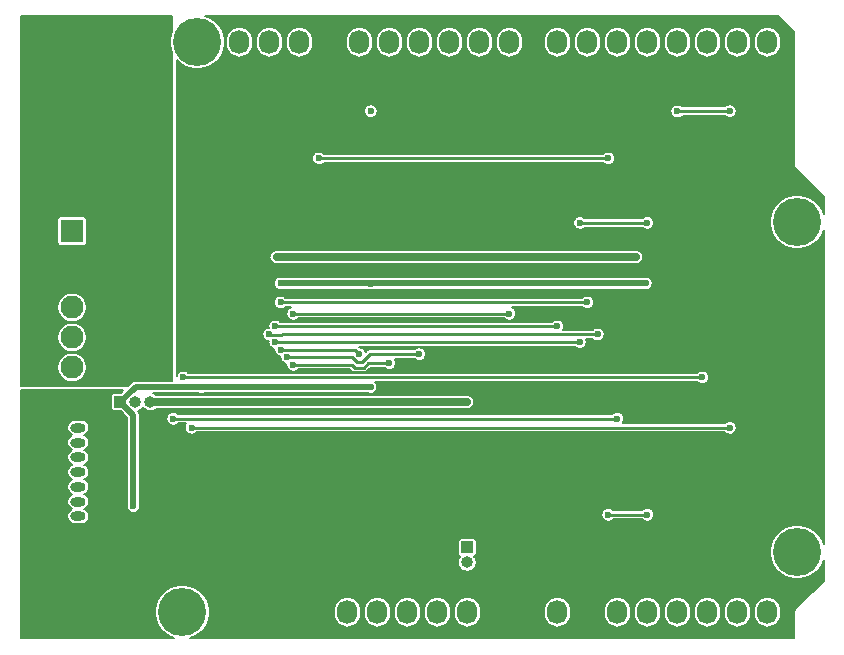
<source format=gbr>
%TF.GenerationSoftware,KiCad,Pcbnew,(5.1.9)-1*%
%TF.CreationDate,2021-05-10T14:27:13+02:00*%
%TF.ProjectId,Driverino-Shield,44726976-6572-4696-9e6f-2d536869656c,rev?*%
%TF.SameCoordinates,Original*%
%TF.FileFunction,Copper,L2,Bot*%
%TF.FilePolarity,Positive*%
%FSLAX46Y46*%
G04 Gerber Fmt 4.6, Leading zero omitted, Abs format (unit mm)*
G04 Created by KiCad (PCBNEW (5.1.9)-1) date 2021-05-10 14:27:13*
%MOMM*%
%LPD*%
G01*
G04 APERTURE LIST*
%TA.AperFunction,ComponentPad*%
%ADD10C,0.600000*%
%TD*%
%TA.AperFunction,ComponentPad*%
%ADD11O,1.000000X1.000000*%
%TD*%
%TA.AperFunction,ComponentPad*%
%ADD12R,1.000000X1.000000*%
%TD*%
%TA.AperFunction,WasherPad*%
%ADD13C,4.064000*%
%TD*%
%TA.AperFunction,ComponentPad*%
%ADD14O,1.727200X2.032000*%
%TD*%
%TA.AperFunction,ComponentPad*%
%ADD15R,1.950000X1.950000*%
%TD*%
%TA.AperFunction,ComponentPad*%
%ADD16C,1.950000*%
%TD*%
%TA.AperFunction,ComponentPad*%
%ADD17O,1.300000X0.800000*%
%TD*%
%TA.AperFunction,ViaPad*%
%ADD18C,0.600000*%
%TD*%
%TA.AperFunction,Conductor*%
%ADD19C,0.250000*%
%TD*%
%TA.AperFunction,Conductor*%
%ADD20C,0.500000*%
%TD*%
%TA.AperFunction,Conductor*%
%ADD21C,0.640000*%
%TD*%
%TA.AperFunction,Conductor*%
%ADD22C,0.160000*%
%TD*%
%TA.AperFunction,Conductor*%
%ADD23C,0.100000*%
%TD*%
G04 APERTURE END LIST*
D10*
%TO.P,U1,41*%
%TO.N,GND*%
X127298000Y-101190000D03*
X127298000Y-99940000D03*
X127298000Y-98965000D03*
X127298000Y-102165000D03*
X128648000Y-101190000D03*
X128648000Y-99940000D03*
X128648000Y-98965000D03*
X128648000Y-102165000D03*
X129898000Y-101190000D03*
X129898000Y-99940000D03*
X125948000Y-101190000D03*
X125948000Y-99940000D03*
X125948000Y-98965000D03*
X125948000Y-102165000D03*
X124698000Y-101190000D03*
X124698000Y-99940000D03*
%TD*%
D11*
%TO.P,JP1,3*%
%TO.N,VCC*%
X122268000Y-106045000D03*
%TO.P,JP1,2*%
%TO.N,Net-(JP1-Pad2)*%
X120998000Y-106045000D03*
D12*
%TO.P,JP1,1*%
%TO.N,+3.3V*%
X119728000Y-106045000D03*
%TD*%
D13*
%TO.P,P5,*%
%TO.N,*%
X124968000Y-123825000D03*
%TD*%
%TO.P,P7,*%
%TO.N,*%
X126238000Y-75565000D03*
%TD*%
%TO.P,P8,*%
%TO.N,*%
X177038000Y-90805000D03*
%TD*%
D14*
%TO.P,P3,1*%
%TO.N,/A5(SCL)*%
X129794000Y-75565000D03*
%TO.P,P3,2*%
%TO.N,/A4(SDA)*%
X132334000Y-75565000D03*
%TO.P,P3,3*%
%TO.N,N/C*%
X134874000Y-75565000D03*
%TO.P,P3,4*%
%TO.N,GND*%
X137414000Y-75565000D03*
%TO.P,P3,5*%
%TO.N,/13(SCK)*%
X139954000Y-75565000D03*
%TO.P,P3,6*%
%TO.N,/12(MISO)*%
X142494000Y-75565000D03*
%TO.P,P3,7*%
%TO.N,/11(\u002A\u002A/MOSI)*%
X145034000Y-75565000D03*
%TO.P,P3,8*%
%TO.N,N/C*%
X147574000Y-75565000D03*
%TO.P,P3,9*%
X150114000Y-75565000D03*
%TO.P,P3,10*%
%TO.N,/8*%
X152654000Y-75565000D03*
%TD*%
D13*
%TO.P,P6,*%
%TO.N,*%
X177038000Y-118745000D03*
%TD*%
D14*
%TO.P,P1,1*%
%TO.N,N/C*%
X138938000Y-123825000D03*
%TO.P,P1,2*%
X141478000Y-123825000D03*
%TO.P,P1,3*%
X144018000Y-123825000D03*
%TO.P,P1,4*%
%TO.N,+3.3V*%
X146558000Y-123825000D03*
%TO.P,P1,5*%
%TO.N,+5V*%
X149098000Y-123825000D03*
%TO.P,P1,6*%
%TO.N,GND*%
X151638000Y-123825000D03*
%TO.P,P1,7*%
X154178000Y-123825000D03*
%TO.P,P1,8*%
%TO.N,N/C*%
X156718000Y-123825000D03*
%TD*%
%TO.P,P2,1*%
%TO.N,/A0*%
X161798000Y-123825000D03*
%TO.P,P2,2*%
%TO.N,/A1*%
X164338000Y-123825000D03*
%TO.P,P2,3*%
%TO.N,N/C*%
X166878000Y-123825000D03*
%TO.P,P2,4*%
X169418000Y-123825000D03*
%TO.P,P2,5*%
%TO.N,/A4(SDA)*%
X171958000Y-123825000D03*
%TO.P,P2,6*%
%TO.N,/A5(SCL)*%
X174498000Y-123825000D03*
%TD*%
%TO.P,P4,1*%
%TO.N,/7*%
X156718000Y-75565000D03*
%TO.P,P4,2*%
%TO.N,/6(\u002A\u002A)*%
X159258000Y-75565000D03*
%TO.P,P4,3*%
%TO.N,/5(\u002A\u002A)*%
X161798000Y-75565000D03*
%TO.P,P4,4*%
%TO.N,/4*%
X164338000Y-75565000D03*
%TO.P,P4,5*%
%TO.N,/3(\u002A\u002A)*%
X166878000Y-75565000D03*
%TO.P,P4,6*%
%TO.N,/2*%
X169418000Y-75565000D03*
%TO.P,P4,7*%
%TO.N,N/C*%
X171958000Y-75565000D03*
%TO.P,P4,8*%
X174498000Y-75565000D03*
%TD*%
D15*
%TO.P,P9,1*%
%TO.N,+36V*%
X115633500Y-91565000D03*
D16*
%TO.P,P9,2*%
%TO.N,GNDPWR*%
X115633500Y-94105000D03*
%TD*%
%TO.P,P10,1*%
%TO.N,/U*%
X115633500Y-98025000D03*
%TO.P,P10,2*%
%TO.N,/V*%
X115633500Y-100565000D03*
%TO.P,P10,3*%
%TO.N,/W*%
X115633500Y-103105000D03*
%TD*%
D17*
%TO.P,P11,8*%
%TO.N,Net-(JP1-Pad2)*%
X116147500Y-108215000D03*
%TO.P,P11,7*%
%TO.N,/HAP*%
X116147500Y-109465000D03*
%TO.P,P11,6*%
%TO.N,/HAN*%
X116147500Y-110715000D03*
%TO.P,P11,5*%
%TO.N,/HBP*%
X116147500Y-111965000D03*
%TO.P,P11,4*%
%TO.N,/HBN*%
X116147500Y-113215000D03*
%TO.P,P11,3*%
%TO.N,/HCP*%
X116147500Y-114465000D03*
%TO.P,P11,2*%
%TO.N,/HCN*%
X116147500Y-115715000D03*
%TO.P,P11,1*%
%TO.N,GND*%
%TA.AperFunction,ComponentPad*%
G36*
G01*
X116597500Y-117365000D02*
X115697500Y-117365000D01*
G75*
G02*
X115497500Y-117165000I0J200000D01*
G01*
X115497500Y-116765000D01*
G75*
G02*
X115697500Y-116565000I200000J0D01*
G01*
X116597500Y-116565000D01*
G75*
G02*
X116797500Y-116765000I0J-200000D01*
G01*
X116797500Y-117165000D01*
G75*
G02*
X116597500Y-117365000I-200000J0D01*
G01*
G37*
%TD.AperFunction*%
%TD*%
D12*
%TO.P,JP2,1*%
%TO.N,VCC*%
X149098000Y-118349000D03*
D11*
%TO.P,JP2,2*%
%TO.N,+5V*%
X149098000Y-119619000D03*
%TD*%
D18*
%TO.N,GND*%
X122618500Y-112522000D03*
X122618500Y-109791500D03*
X122618500Y-115824000D03*
%TO.N,/A1*%
X136525000Y-85407500D03*
X161036000Y-85407500D03*
X161036000Y-115570000D03*
X164338000Y-115570000D03*
%TO.N,/13(SCK)*%
X139954000Y-101981000D03*
X133350000Y-101600000D03*
%TO.N,/12(MISO)*%
X134366000Y-102870000D03*
X142494000Y-102743000D03*
%TO.N,/11(\u002A\u002A/MOSI)*%
X133858000Y-102235000D03*
X145034000Y-101981000D03*
%TO.N,+3.3V*%
X133286500Y-95986500D03*
X126548000Y-104762000D03*
X120832500Y-109338000D03*
X120832500Y-112092000D03*
X120832500Y-114846000D03*
X140919000Y-81407000D03*
X164210500Y-95986500D03*
X140906500Y-104762000D03*
X140919000Y-95999500D03*
%TO.N,/ILIM*%
X160147000Y-100315000D03*
X132334365Y-100315489D03*
%TO.N,/FAULT*%
X168991500Y-103949500D03*
X125048000Y-103949500D03*
%TO.N,VCC*%
X132946000Y-93787000D03*
X149098000Y-93787000D03*
X149098000Y-106045000D03*
X163388998Y-93787000D03*
%TO.N,/FGOUT*%
X133286500Y-97599500D03*
X159258000Y-97599500D03*
%TO.N,/CS*%
X132842000Y-100965000D03*
X158623000Y-90868500D03*
X164338000Y-90868500D03*
X158623000Y-100965000D03*
%TO.N,/BRAKE*%
X156718000Y-99631500D03*
X132842000Y-99631500D03*
%TO.N,/PWM*%
X134366000Y-98552000D03*
X152654000Y-98552000D03*
%TO.N,/SLEEP*%
X171323000Y-108204000D03*
X171323000Y-81407000D03*
X166878000Y-81432500D03*
X125747990Y-108204000D03*
%TO.N,/DRVOFF*%
X124206000Y-107442000D03*
X161798000Y-107442000D03*
%TD*%
D19*
%TO.N,GND*%
X122618500Y-112522000D02*
X122618500Y-109791500D01*
X122618500Y-112522000D02*
X122618500Y-115824000D01*
%TO.N,/A1*%
X136525000Y-85407500D02*
X161036000Y-85407500D01*
X161036000Y-115570000D02*
X164338000Y-115570000D01*
%TO.N,/13(SCK)*%
X139573000Y-101600000D02*
X139954000Y-101981000D01*
X133350000Y-101600000D02*
X139573000Y-101600000D01*
%TO.N,/12(MISO)*%
X139319000Y-102870000D02*
X139573000Y-103124000D01*
X139573000Y-103124000D02*
X140335000Y-103124000D01*
X134366000Y-102870000D02*
X139319000Y-102870000D01*
X140716000Y-102743000D02*
X142494000Y-102743000D01*
X140335000Y-103124000D02*
X140716000Y-102743000D01*
%TO.N,/11(\u002A\u002A/MOSI)*%
X145034000Y-101981000D02*
X140841590Y-101981000D01*
X140841590Y-101981000D02*
X140148601Y-102673989D01*
X139759400Y-102673989D02*
X139320410Y-102235000D01*
X140148601Y-102673989D02*
X139759400Y-102673989D01*
X139320410Y-102235000D02*
X133858000Y-102235000D01*
D20*
%TO.N,+3.3V*%
X120832500Y-109338000D02*
X120832500Y-112092000D01*
X120832500Y-112092000D02*
X120832500Y-114846000D01*
X121011000Y-104762000D02*
X119728000Y-106045000D01*
X126548000Y-104762000D02*
X121011000Y-104762000D01*
X120832500Y-107149500D02*
X119728000Y-106045000D01*
X120832500Y-109338000D02*
X120832500Y-107149500D01*
X126548000Y-104762000D02*
X136639000Y-104762000D01*
X136639000Y-104762000D02*
X137350500Y-104762000D01*
X133286500Y-95986500D02*
X136880500Y-95986500D01*
X136880500Y-95986500D02*
X137350500Y-95986500D01*
X137350500Y-95986500D02*
X163589000Y-95986500D01*
X163589000Y-95986500D02*
X164210500Y-95986500D01*
X137350500Y-104762000D02*
X140906500Y-104762000D01*
D19*
%TO.N,/ILIM*%
X133396001Y-100320001D02*
X132338877Y-100320001D01*
X132338877Y-100320001D02*
X132334365Y-100315489D01*
X133401002Y-100315000D02*
X133396001Y-100320001D01*
X160147000Y-100315000D02*
X133401002Y-100315000D01*
%TO.N,/FAULT*%
X168592500Y-103949500D02*
X168991500Y-103949500D01*
X168776000Y-103949500D02*
X168592500Y-103949500D01*
X168592500Y-103949500D02*
X125048000Y-103949500D01*
D21*
%TO.N,VCC*%
X149098000Y-93787000D02*
X132946000Y-93787000D01*
X122268000Y-106045000D02*
X149098000Y-106045000D01*
X149100500Y-93787000D02*
X149098000Y-93787000D01*
X149098000Y-93787000D02*
X163383000Y-93787000D01*
D19*
%TO.N,/FGOUT*%
X158813500Y-97599500D02*
X159258000Y-97599500D01*
X133286500Y-97599500D02*
X158813500Y-97599500D01*
X158813500Y-97599500D02*
X159067500Y-97599500D01*
%TO.N,/CS*%
X158623000Y-90868500D02*
X162560000Y-90868500D01*
X162560000Y-90868500D02*
X164338000Y-90868500D01*
X158242000Y-100965000D02*
X158623000Y-100965000D01*
X132842000Y-100965000D02*
X158242000Y-100965000D01*
%TO.N,/BRAKE*%
X156400500Y-99631500D02*
X156718000Y-99631500D01*
X156400500Y-99631500D02*
X156527500Y-99631500D01*
X156400500Y-99631500D02*
X132842000Y-99631500D01*
%TO.N,/PWM*%
X134366000Y-98552000D02*
X152654000Y-98552000D01*
%TO.N,/SLEEP*%
X166903500Y-81407000D02*
X166878000Y-81432500D01*
X171323000Y-81407000D02*
X166903500Y-81407000D01*
X126428500Y-108204000D02*
X171323000Y-108204000D01*
X125747990Y-108204000D02*
X126428500Y-108204000D01*
%TO.N,/DRVOFF*%
X124206000Y-107442000D02*
X161798000Y-107442000D01*
%TD*%
D22*
%TO.N,GND*%
X176723001Y-74679478D02*
X176723000Y-85963537D01*
X176721477Y-85979000D01*
X176723000Y-85994463D01*
X176723000Y-85994472D01*
X176727558Y-86040750D01*
X176745570Y-86100127D01*
X176745571Y-86100128D01*
X176774820Y-86154851D01*
X176792251Y-86176090D01*
X176814184Y-86202816D01*
X176826207Y-86212683D01*
X179263001Y-88649478D01*
X179263001Y-90139914D01*
X179261151Y-90130614D01*
X179086868Y-89709857D01*
X178833848Y-89331186D01*
X178511814Y-89009152D01*
X178133143Y-88756132D01*
X177712386Y-88581849D01*
X177265712Y-88493000D01*
X176810288Y-88493000D01*
X176363614Y-88581849D01*
X175942857Y-88756132D01*
X175564186Y-89009152D01*
X175242152Y-89331186D01*
X174989132Y-89709857D01*
X174814849Y-90130614D01*
X174726000Y-90577288D01*
X174726000Y-91032712D01*
X174814849Y-91479386D01*
X174989132Y-91900143D01*
X175242152Y-92278814D01*
X175564186Y-92600848D01*
X175942857Y-92853868D01*
X176363614Y-93028151D01*
X176810288Y-93117000D01*
X177265712Y-93117000D01*
X177712386Y-93028151D01*
X178133143Y-92853868D01*
X178511814Y-92600848D01*
X178833848Y-92278814D01*
X179086868Y-91900143D01*
X179261151Y-91479386D01*
X179263001Y-91470086D01*
X179263000Y-118079910D01*
X179261151Y-118070614D01*
X179086868Y-117649857D01*
X178833848Y-117271186D01*
X178511814Y-116949152D01*
X178133143Y-116696132D01*
X177712386Y-116521849D01*
X177265712Y-116433000D01*
X176810288Y-116433000D01*
X176363614Y-116521849D01*
X175942857Y-116696132D01*
X175564186Y-116949152D01*
X175242152Y-117271186D01*
X174989132Y-117649857D01*
X174814849Y-118070614D01*
X174726000Y-118517288D01*
X174726000Y-118972712D01*
X174814849Y-119419386D01*
X174989132Y-119840143D01*
X175242152Y-120218814D01*
X175564186Y-120540848D01*
X175942857Y-120793868D01*
X176363614Y-120968151D01*
X176810288Y-121057000D01*
X177265712Y-121057000D01*
X177712386Y-120968151D01*
X178133143Y-120793868D01*
X178511814Y-120540848D01*
X178833848Y-120218814D01*
X179086868Y-119840143D01*
X179261151Y-119419386D01*
X179263000Y-119410090D01*
X179263000Y-121154523D01*
X176826203Y-123591321D01*
X176814185Y-123601184D01*
X176804322Y-123613202D01*
X176804321Y-123613203D01*
X176774820Y-123649149D01*
X176745571Y-123703872D01*
X176727559Y-123763250D01*
X176721477Y-123825000D01*
X176723001Y-123840473D01*
X176723000Y-126050000D01*
X125633090Y-126050000D01*
X125642386Y-126048151D01*
X126063143Y-125873868D01*
X126441814Y-125620848D01*
X126763848Y-125298814D01*
X127016868Y-124920143D01*
X127191151Y-124499386D01*
X127280000Y-124052712D01*
X127280000Y-123616423D01*
X137794400Y-123616423D01*
X137794400Y-124033578D01*
X137810947Y-124201585D01*
X137876340Y-124417154D01*
X137982531Y-124615824D01*
X138125441Y-124789960D01*
X138299577Y-124932869D01*
X138498247Y-125039060D01*
X138713816Y-125104453D01*
X138938000Y-125126533D01*
X139162185Y-125104453D01*
X139377754Y-125039060D01*
X139576424Y-124932869D01*
X139750560Y-124789960D01*
X139893469Y-124615823D01*
X139999660Y-124417153D01*
X140065053Y-124201584D01*
X140081600Y-124033577D01*
X140081600Y-123616423D01*
X140334400Y-123616423D01*
X140334400Y-124033578D01*
X140350947Y-124201585D01*
X140416340Y-124417154D01*
X140522531Y-124615824D01*
X140665441Y-124789960D01*
X140839577Y-124932869D01*
X141038247Y-125039060D01*
X141253816Y-125104453D01*
X141478000Y-125126533D01*
X141702185Y-125104453D01*
X141917754Y-125039060D01*
X142116424Y-124932869D01*
X142290560Y-124789960D01*
X142433469Y-124615823D01*
X142539660Y-124417153D01*
X142605053Y-124201584D01*
X142621600Y-124033577D01*
X142621600Y-123616423D01*
X142874400Y-123616423D01*
X142874400Y-124033578D01*
X142890947Y-124201585D01*
X142956340Y-124417154D01*
X143062531Y-124615824D01*
X143205441Y-124789960D01*
X143379577Y-124932869D01*
X143578247Y-125039060D01*
X143793816Y-125104453D01*
X144018000Y-125126533D01*
X144242185Y-125104453D01*
X144457754Y-125039060D01*
X144656424Y-124932869D01*
X144830560Y-124789960D01*
X144973469Y-124615823D01*
X145079660Y-124417153D01*
X145145053Y-124201584D01*
X145161600Y-124033577D01*
X145161600Y-123616423D01*
X145414400Y-123616423D01*
X145414400Y-124033578D01*
X145430947Y-124201585D01*
X145496340Y-124417154D01*
X145602531Y-124615824D01*
X145745441Y-124789960D01*
X145919577Y-124932869D01*
X146118247Y-125039060D01*
X146333816Y-125104453D01*
X146558000Y-125126533D01*
X146782185Y-125104453D01*
X146997754Y-125039060D01*
X147196424Y-124932869D01*
X147370560Y-124789960D01*
X147513469Y-124615823D01*
X147619660Y-124417153D01*
X147685053Y-124201584D01*
X147701600Y-124033577D01*
X147701600Y-123616423D01*
X147954400Y-123616423D01*
X147954400Y-124033578D01*
X147970947Y-124201585D01*
X148036340Y-124417154D01*
X148142531Y-124615824D01*
X148285441Y-124789960D01*
X148459577Y-124932869D01*
X148658247Y-125039060D01*
X148873816Y-125104453D01*
X149098000Y-125126533D01*
X149322185Y-125104453D01*
X149537754Y-125039060D01*
X149736424Y-124932869D01*
X149910560Y-124789960D01*
X150053469Y-124615823D01*
X150159660Y-124417153D01*
X150225053Y-124201584D01*
X150241600Y-124033577D01*
X150241600Y-123616423D01*
X155574400Y-123616423D01*
X155574400Y-124033578D01*
X155590947Y-124201585D01*
X155656340Y-124417154D01*
X155762531Y-124615824D01*
X155905441Y-124789960D01*
X156079577Y-124932869D01*
X156278247Y-125039060D01*
X156493816Y-125104453D01*
X156718000Y-125126533D01*
X156942185Y-125104453D01*
X157157754Y-125039060D01*
X157356424Y-124932869D01*
X157530560Y-124789960D01*
X157673469Y-124615823D01*
X157779660Y-124417153D01*
X157845053Y-124201584D01*
X157861600Y-124033577D01*
X157861600Y-123616423D01*
X160654400Y-123616423D01*
X160654400Y-124033578D01*
X160670947Y-124201585D01*
X160736340Y-124417154D01*
X160842531Y-124615824D01*
X160985441Y-124789960D01*
X161159577Y-124932869D01*
X161358247Y-125039060D01*
X161573816Y-125104453D01*
X161798000Y-125126533D01*
X162022185Y-125104453D01*
X162237754Y-125039060D01*
X162436424Y-124932869D01*
X162610560Y-124789960D01*
X162753469Y-124615823D01*
X162859660Y-124417153D01*
X162925053Y-124201584D01*
X162941600Y-124033577D01*
X162941600Y-123616423D01*
X163194400Y-123616423D01*
X163194400Y-124033578D01*
X163210947Y-124201585D01*
X163276340Y-124417154D01*
X163382531Y-124615824D01*
X163525441Y-124789960D01*
X163699577Y-124932869D01*
X163898247Y-125039060D01*
X164113816Y-125104453D01*
X164338000Y-125126533D01*
X164562185Y-125104453D01*
X164777754Y-125039060D01*
X164976424Y-124932869D01*
X165150560Y-124789960D01*
X165293469Y-124615823D01*
X165399660Y-124417153D01*
X165465053Y-124201584D01*
X165481600Y-124033577D01*
X165481600Y-123616423D01*
X165734400Y-123616423D01*
X165734400Y-124033578D01*
X165750947Y-124201585D01*
X165816340Y-124417154D01*
X165922531Y-124615824D01*
X166065441Y-124789960D01*
X166239577Y-124932869D01*
X166438247Y-125039060D01*
X166653816Y-125104453D01*
X166878000Y-125126533D01*
X167102185Y-125104453D01*
X167317754Y-125039060D01*
X167516424Y-124932869D01*
X167690560Y-124789960D01*
X167833469Y-124615823D01*
X167939660Y-124417153D01*
X168005053Y-124201584D01*
X168021600Y-124033577D01*
X168021600Y-123616423D01*
X168274400Y-123616423D01*
X168274400Y-124033578D01*
X168290947Y-124201585D01*
X168356340Y-124417154D01*
X168462531Y-124615824D01*
X168605441Y-124789960D01*
X168779577Y-124932869D01*
X168978247Y-125039060D01*
X169193816Y-125104453D01*
X169418000Y-125126533D01*
X169642185Y-125104453D01*
X169857754Y-125039060D01*
X170056424Y-124932869D01*
X170230560Y-124789960D01*
X170373469Y-124615823D01*
X170479660Y-124417153D01*
X170545053Y-124201584D01*
X170561600Y-124033577D01*
X170561600Y-123616423D01*
X170814400Y-123616423D01*
X170814400Y-124033578D01*
X170830947Y-124201585D01*
X170896340Y-124417154D01*
X171002531Y-124615824D01*
X171145441Y-124789960D01*
X171319577Y-124932869D01*
X171518247Y-125039060D01*
X171733816Y-125104453D01*
X171958000Y-125126533D01*
X172182185Y-125104453D01*
X172397754Y-125039060D01*
X172596424Y-124932869D01*
X172770560Y-124789960D01*
X172913469Y-124615823D01*
X173019660Y-124417153D01*
X173085053Y-124201584D01*
X173101600Y-124033577D01*
X173101600Y-123616423D01*
X173354400Y-123616423D01*
X173354400Y-124033578D01*
X173370947Y-124201585D01*
X173436340Y-124417154D01*
X173542531Y-124615824D01*
X173685441Y-124789960D01*
X173859577Y-124932869D01*
X174058247Y-125039060D01*
X174273816Y-125104453D01*
X174498000Y-125126533D01*
X174722185Y-125104453D01*
X174937754Y-125039060D01*
X175136424Y-124932869D01*
X175310560Y-124789960D01*
X175453469Y-124615823D01*
X175559660Y-124417153D01*
X175625053Y-124201584D01*
X175641600Y-124033577D01*
X175641600Y-123616422D01*
X175625053Y-123448415D01*
X175559660Y-123232846D01*
X175453469Y-123034176D01*
X175310560Y-122860040D01*
X175136423Y-122717131D01*
X174937753Y-122610940D01*
X174722184Y-122545547D01*
X174498000Y-122523467D01*
X174273815Y-122545547D01*
X174058246Y-122610940D01*
X173859576Y-122717131D01*
X173685440Y-122860040D01*
X173542531Y-123034177D01*
X173436340Y-123232847D01*
X173370947Y-123448416D01*
X173354400Y-123616423D01*
X173101600Y-123616423D01*
X173101600Y-123616422D01*
X173085053Y-123448415D01*
X173019660Y-123232846D01*
X172913469Y-123034176D01*
X172770560Y-122860040D01*
X172596423Y-122717131D01*
X172397753Y-122610940D01*
X172182184Y-122545547D01*
X171958000Y-122523467D01*
X171733815Y-122545547D01*
X171518246Y-122610940D01*
X171319576Y-122717131D01*
X171145440Y-122860040D01*
X171002531Y-123034177D01*
X170896340Y-123232847D01*
X170830947Y-123448416D01*
X170814400Y-123616423D01*
X170561600Y-123616423D01*
X170561600Y-123616422D01*
X170545053Y-123448415D01*
X170479660Y-123232846D01*
X170373469Y-123034176D01*
X170230560Y-122860040D01*
X170056423Y-122717131D01*
X169857753Y-122610940D01*
X169642184Y-122545547D01*
X169418000Y-122523467D01*
X169193815Y-122545547D01*
X168978246Y-122610940D01*
X168779576Y-122717131D01*
X168605440Y-122860040D01*
X168462531Y-123034177D01*
X168356340Y-123232847D01*
X168290947Y-123448416D01*
X168274400Y-123616423D01*
X168021600Y-123616423D01*
X168021600Y-123616422D01*
X168005053Y-123448415D01*
X167939660Y-123232846D01*
X167833469Y-123034176D01*
X167690560Y-122860040D01*
X167516423Y-122717131D01*
X167317753Y-122610940D01*
X167102184Y-122545547D01*
X166878000Y-122523467D01*
X166653815Y-122545547D01*
X166438246Y-122610940D01*
X166239576Y-122717131D01*
X166065440Y-122860040D01*
X165922531Y-123034177D01*
X165816340Y-123232847D01*
X165750947Y-123448416D01*
X165734400Y-123616423D01*
X165481600Y-123616423D01*
X165481600Y-123616422D01*
X165465053Y-123448415D01*
X165399660Y-123232846D01*
X165293469Y-123034176D01*
X165150560Y-122860040D01*
X164976423Y-122717131D01*
X164777753Y-122610940D01*
X164562184Y-122545547D01*
X164338000Y-122523467D01*
X164113815Y-122545547D01*
X163898246Y-122610940D01*
X163699576Y-122717131D01*
X163525440Y-122860040D01*
X163382531Y-123034177D01*
X163276340Y-123232847D01*
X163210947Y-123448416D01*
X163194400Y-123616423D01*
X162941600Y-123616423D01*
X162941600Y-123616422D01*
X162925053Y-123448415D01*
X162859660Y-123232846D01*
X162753469Y-123034176D01*
X162610560Y-122860040D01*
X162436423Y-122717131D01*
X162237753Y-122610940D01*
X162022184Y-122545547D01*
X161798000Y-122523467D01*
X161573815Y-122545547D01*
X161358246Y-122610940D01*
X161159576Y-122717131D01*
X160985440Y-122860040D01*
X160842531Y-123034177D01*
X160736340Y-123232847D01*
X160670947Y-123448416D01*
X160654400Y-123616423D01*
X157861600Y-123616423D01*
X157861600Y-123616422D01*
X157845053Y-123448415D01*
X157779660Y-123232846D01*
X157673469Y-123034176D01*
X157530560Y-122860040D01*
X157356423Y-122717131D01*
X157157753Y-122610940D01*
X156942184Y-122545547D01*
X156718000Y-122523467D01*
X156493815Y-122545547D01*
X156278246Y-122610940D01*
X156079576Y-122717131D01*
X155905440Y-122860040D01*
X155762531Y-123034177D01*
X155656340Y-123232847D01*
X155590947Y-123448416D01*
X155574400Y-123616423D01*
X150241600Y-123616423D01*
X150241600Y-123616422D01*
X150225053Y-123448415D01*
X150159660Y-123232846D01*
X150053469Y-123034176D01*
X149910560Y-122860040D01*
X149736423Y-122717131D01*
X149537753Y-122610940D01*
X149322184Y-122545547D01*
X149098000Y-122523467D01*
X148873815Y-122545547D01*
X148658246Y-122610940D01*
X148459576Y-122717131D01*
X148285440Y-122860040D01*
X148142531Y-123034177D01*
X148036340Y-123232847D01*
X147970947Y-123448416D01*
X147954400Y-123616423D01*
X147701600Y-123616423D01*
X147701600Y-123616422D01*
X147685053Y-123448415D01*
X147619660Y-123232846D01*
X147513469Y-123034176D01*
X147370560Y-122860040D01*
X147196423Y-122717131D01*
X146997753Y-122610940D01*
X146782184Y-122545547D01*
X146558000Y-122523467D01*
X146333815Y-122545547D01*
X146118246Y-122610940D01*
X145919576Y-122717131D01*
X145745440Y-122860040D01*
X145602531Y-123034177D01*
X145496340Y-123232847D01*
X145430947Y-123448416D01*
X145414400Y-123616423D01*
X145161600Y-123616423D01*
X145161600Y-123616422D01*
X145145053Y-123448415D01*
X145079660Y-123232846D01*
X144973469Y-123034176D01*
X144830560Y-122860040D01*
X144656423Y-122717131D01*
X144457753Y-122610940D01*
X144242184Y-122545547D01*
X144018000Y-122523467D01*
X143793815Y-122545547D01*
X143578246Y-122610940D01*
X143379576Y-122717131D01*
X143205440Y-122860040D01*
X143062531Y-123034177D01*
X142956340Y-123232847D01*
X142890947Y-123448416D01*
X142874400Y-123616423D01*
X142621600Y-123616423D01*
X142621600Y-123616422D01*
X142605053Y-123448415D01*
X142539660Y-123232846D01*
X142433469Y-123034176D01*
X142290560Y-122860040D01*
X142116423Y-122717131D01*
X141917753Y-122610940D01*
X141702184Y-122545547D01*
X141478000Y-122523467D01*
X141253815Y-122545547D01*
X141038246Y-122610940D01*
X140839576Y-122717131D01*
X140665440Y-122860040D01*
X140522531Y-123034177D01*
X140416340Y-123232847D01*
X140350947Y-123448416D01*
X140334400Y-123616423D01*
X140081600Y-123616423D01*
X140081600Y-123616422D01*
X140065053Y-123448415D01*
X139999660Y-123232846D01*
X139893469Y-123034176D01*
X139750560Y-122860040D01*
X139576423Y-122717131D01*
X139377753Y-122610940D01*
X139162184Y-122545547D01*
X138938000Y-122523467D01*
X138713815Y-122545547D01*
X138498246Y-122610940D01*
X138299576Y-122717131D01*
X138125440Y-122860040D01*
X137982531Y-123034177D01*
X137876340Y-123232847D01*
X137810947Y-123448416D01*
X137794400Y-123616423D01*
X127280000Y-123616423D01*
X127280000Y-123597288D01*
X127191151Y-123150614D01*
X127016868Y-122729857D01*
X126763848Y-122351186D01*
X126441814Y-122029152D01*
X126063143Y-121776132D01*
X125642386Y-121601849D01*
X125195712Y-121513000D01*
X124740288Y-121513000D01*
X124293614Y-121601849D01*
X123872857Y-121776132D01*
X123494186Y-122029152D01*
X123172152Y-122351186D01*
X122919132Y-122729857D01*
X122744849Y-123150614D01*
X122656000Y-123597288D01*
X122656000Y-124052712D01*
X122744849Y-124499386D01*
X122919132Y-124920143D01*
X123172152Y-125298814D01*
X123494186Y-125620848D01*
X123872857Y-125873868D01*
X124293614Y-126048151D01*
X124302910Y-126050000D01*
X111313000Y-126050000D01*
X111313000Y-117849000D01*
X148316646Y-117849000D01*
X148316646Y-118849000D01*
X148322052Y-118903889D01*
X148338063Y-118956670D01*
X148364063Y-119005312D01*
X148399053Y-119047947D01*
X148441688Y-119082937D01*
X148490330Y-119108937D01*
X148501568Y-119112346D01*
X148492135Y-119121779D01*
X148406773Y-119249531D01*
X148347975Y-119391482D01*
X148318000Y-119542177D01*
X148318000Y-119695823D01*
X148347975Y-119846518D01*
X148406773Y-119988469D01*
X148492135Y-120116221D01*
X148600779Y-120224865D01*
X148728531Y-120310227D01*
X148870482Y-120369025D01*
X149021177Y-120399000D01*
X149174823Y-120399000D01*
X149325518Y-120369025D01*
X149467469Y-120310227D01*
X149595221Y-120224865D01*
X149703865Y-120116221D01*
X149789227Y-119988469D01*
X149848025Y-119846518D01*
X149878000Y-119695823D01*
X149878000Y-119542177D01*
X149848025Y-119391482D01*
X149789227Y-119249531D01*
X149703865Y-119121779D01*
X149694432Y-119112346D01*
X149705670Y-119108937D01*
X149754312Y-119082937D01*
X149796947Y-119047947D01*
X149831937Y-119005312D01*
X149857937Y-118956670D01*
X149873948Y-118903889D01*
X149879354Y-118849000D01*
X149879354Y-117849000D01*
X149873948Y-117794111D01*
X149857937Y-117741330D01*
X149831937Y-117692688D01*
X149796947Y-117650053D01*
X149754312Y-117615063D01*
X149705670Y-117589063D01*
X149652889Y-117573052D01*
X149598000Y-117567646D01*
X148598000Y-117567646D01*
X148543111Y-117573052D01*
X148490330Y-117589063D01*
X148441688Y-117615063D01*
X148399053Y-117650053D01*
X148364063Y-117692688D01*
X148338063Y-117741330D01*
X148322052Y-117794111D01*
X148316646Y-117849000D01*
X111313000Y-117849000D01*
X111313000Y-108215000D01*
X115214210Y-108215000D01*
X115227339Y-108348303D01*
X115266222Y-108476484D01*
X115329365Y-108594616D01*
X115414341Y-108698159D01*
X115517884Y-108783135D01*
X115624271Y-108840000D01*
X115517884Y-108896865D01*
X115414341Y-108981841D01*
X115329365Y-109085384D01*
X115266222Y-109203516D01*
X115227339Y-109331697D01*
X115214210Y-109465000D01*
X115227339Y-109598303D01*
X115266222Y-109726484D01*
X115329365Y-109844616D01*
X115414341Y-109948159D01*
X115517884Y-110033135D01*
X115624271Y-110090000D01*
X115517884Y-110146865D01*
X115414341Y-110231841D01*
X115329365Y-110335384D01*
X115266222Y-110453516D01*
X115227339Y-110581697D01*
X115214210Y-110715000D01*
X115227339Y-110848303D01*
X115266222Y-110976484D01*
X115329365Y-111094616D01*
X115414341Y-111198159D01*
X115517884Y-111283135D01*
X115624271Y-111340000D01*
X115517884Y-111396865D01*
X115414341Y-111481841D01*
X115329365Y-111585384D01*
X115266222Y-111703516D01*
X115227339Y-111831697D01*
X115214210Y-111965000D01*
X115227339Y-112098303D01*
X115266222Y-112226484D01*
X115329365Y-112344616D01*
X115414341Y-112448159D01*
X115517884Y-112533135D01*
X115624271Y-112590000D01*
X115517884Y-112646865D01*
X115414341Y-112731841D01*
X115329365Y-112835384D01*
X115266222Y-112953516D01*
X115227339Y-113081697D01*
X115214210Y-113215000D01*
X115227339Y-113348303D01*
X115266222Y-113476484D01*
X115329365Y-113594616D01*
X115414341Y-113698159D01*
X115517884Y-113783135D01*
X115624271Y-113840000D01*
X115517884Y-113896865D01*
X115414341Y-113981841D01*
X115329365Y-114085384D01*
X115266222Y-114203516D01*
X115227339Y-114331697D01*
X115214210Y-114465000D01*
X115227339Y-114598303D01*
X115266222Y-114726484D01*
X115329365Y-114844616D01*
X115414341Y-114948159D01*
X115517884Y-115033135D01*
X115624271Y-115090000D01*
X115517884Y-115146865D01*
X115414341Y-115231841D01*
X115329365Y-115335384D01*
X115266222Y-115453516D01*
X115227339Y-115581697D01*
X115214210Y-115715000D01*
X115227339Y-115848303D01*
X115266222Y-115976484D01*
X115329365Y-116094616D01*
X115414341Y-116198159D01*
X115517884Y-116283135D01*
X115636016Y-116346278D01*
X115764197Y-116385161D01*
X115864096Y-116395000D01*
X116430904Y-116395000D01*
X116530803Y-116385161D01*
X116658984Y-116346278D01*
X116777116Y-116283135D01*
X116880659Y-116198159D01*
X116965635Y-116094616D01*
X117028778Y-115976484D01*
X117067661Y-115848303D01*
X117080790Y-115715000D01*
X117067661Y-115581697D01*
X117046785Y-115512875D01*
X160456000Y-115512875D01*
X160456000Y-115627125D01*
X160478289Y-115739180D01*
X160522011Y-115844733D01*
X160585485Y-115939728D01*
X160666272Y-116020515D01*
X160761267Y-116083989D01*
X160866820Y-116127711D01*
X160978875Y-116150000D01*
X161093125Y-116150000D01*
X161205180Y-116127711D01*
X161310733Y-116083989D01*
X161405728Y-116020515D01*
X161451243Y-115975000D01*
X163922757Y-115975000D01*
X163968272Y-116020515D01*
X164063267Y-116083989D01*
X164168820Y-116127711D01*
X164280875Y-116150000D01*
X164395125Y-116150000D01*
X164507180Y-116127711D01*
X164612733Y-116083989D01*
X164707728Y-116020515D01*
X164788515Y-115939728D01*
X164851989Y-115844733D01*
X164895711Y-115739180D01*
X164918000Y-115627125D01*
X164918000Y-115512875D01*
X164895711Y-115400820D01*
X164851989Y-115295267D01*
X164788515Y-115200272D01*
X164707728Y-115119485D01*
X164612733Y-115056011D01*
X164507180Y-115012289D01*
X164395125Y-114990000D01*
X164280875Y-114990000D01*
X164168820Y-115012289D01*
X164063267Y-115056011D01*
X163968272Y-115119485D01*
X163922757Y-115165000D01*
X161451243Y-115165000D01*
X161405728Y-115119485D01*
X161310733Y-115056011D01*
X161205180Y-115012289D01*
X161093125Y-114990000D01*
X160978875Y-114990000D01*
X160866820Y-115012289D01*
X160761267Y-115056011D01*
X160666272Y-115119485D01*
X160585485Y-115200272D01*
X160522011Y-115295267D01*
X160478289Y-115400820D01*
X160456000Y-115512875D01*
X117046785Y-115512875D01*
X117028778Y-115453516D01*
X116965635Y-115335384D01*
X116880659Y-115231841D01*
X116777116Y-115146865D01*
X116670729Y-115090000D01*
X116777116Y-115033135D01*
X116880659Y-114948159D01*
X116965635Y-114844616D01*
X117028778Y-114726484D01*
X117067661Y-114598303D01*
X117080790Y-114465000D01*
X117067661Y-114331697D01*
X117028778Y-114203516D01*
X116965635Y-114085384D01*
X116880659Y-113981841D01*
X116777116Y-113896865D01*
X116670729Y-113840000D01*
X116777116Y-113783135D01*
X116880659Y-113698159D01*
X116965635Y-113594616D01*
X117028778Y-113476484D01*
X117067661Y-113348303D01*
X117080790Y-113215000D01*
X117067661Y-113081697D01*
X117028778Y-112953516D01*
X116965635Y-112835384D01*
X116880659Y-112731841D01*
X116777116Y-112646865D01*
X116670729Y-112590000D01*
X116777116Y-112533135D01*
X116880659Y-112448159D01*
X116965635Y-112344616D01*
X117028778Y-112226484D01*
X117067661Y-112098303D01*
X117080790Y-111965000D01*
X117067661Y-111831697D01*
X117028778Y-111703516D01*
X116965635Y-111585384D01*
X116880659Y-111481841D01*
X116777116Y-111396865D01*
X116670729Y-111340000D01*
X116777116Y-111283135D01*
X116880659Y-111198159D01*
X116965635Y-111094616D01*
X117028778Y-110976484D01*
X117067661Y-110848303D01*
X117080790Y-110715000D01*
X117067661Y-110581697D01*
X117028778Y-110453516D01*
X116965635Y-110335384D01*
X116880659Y-110231841D01*
X116777116Y-110146865D01*
X116670729Y-110090000D01*
X116777116Y-110033135D01*
X116880659Y-109948159D01*
X116965635Y-109844616D01*
X117028778Y-109726484D01*
X117067661Y-109598303D01*
X117080790Y-109465000D01*
X117067661Y-109331697D01*
X117028778Y-109203516D01*
X116965635Y-109085384D01*
X116880659Y-108981841D01*
X116777116Y-108896865D01*
X116670729Y-108840000D01*
X116777116Y-108783135D01*
X116880659Y-108698159D01*
X116965635Y-108594616D01*
X117028778Y-108476484D01*
X117067661Y-108348303D01*
X117080790Y-108215000D01*
X117067661Y-108081697D01*
X117028778Y-107953516D01*
X116965635Y-107835384D01*
X116880659Y-107731841D01*
X116777116Y-107646865D01*
X116658984Y-107583722D01*
X116530803Y-107544839D01*
X116430904Y-107535000D01*
X115864096Y-107535000D01*
X115764197Y-107544839D01*
X115636016Y-107583722D01*
X115517884Y-107646865D01*
X115414341Y-107731841D01*
X115329365Y-107835384D01*
X115266222Y-107953516D01*
X115227339Y-108081697D01*
X115214210Y-108215000D01*
X111313000Y-108215000D01*
X111313000Y-105030465D01*
X111332043Y-105035568D01*
X111461453Y-105052605D01*
X111498000Y-105055000D01*
X119968468Y-105055000D01*
X119759822Y-105263646D01*
X119228000Y-105263646D01*
X119173111Y-105269052D01*
X119120330Y-105285063D01*
X119071688Y-105311063D01*
X119029053Y-105346053D01*
X118994063Y-105388688D01*
X118968063Y-105437330D01*
X118952052Y-105490111D01*
X118946646Y-105545000D01*
X118946646Y-106545000D01*
X118952052Y-106599889D01*
X118968063Y-106652670D01*
X118994063Y-106701312D01*
X119029053Y-106743947D01*
X119071688Y-106778937D01*
X119120330Y-106804937D01*
X119173111Y-106820948D01*
X119228000Y-106826354D01*
X119759822Y-106826354D01*
X120302501Y-107369034D01*
X120302500Y-109101920D01*
X120274789Y-109168820D01*
X120252500Y-109280875D01*
X120252500Y-109395125D01*
X120274789Y-109507180D01*
X120302500Y-109574080D01*
X120302501Y-111855918D01*
X120274789Y-111922820D01*
X120252500Y-112034875D01*
X120252500Y-112149125D01*
X120274789Y-112261180D01*
X120302500Y-112328080D01*
X120302501Y-114609918D01*
X120274789Y-114676820D01*
X120252500Y-114788875D01*
X120252500Y-114903125D01*
X120274789Y-115015180D01*
X120318511Y-115120733D01*
X120381985Y-115215728D01*
X120462772Y-115296515D01*
X120557767Y-115359989D01*
X120663320Y-115403711D01*
X120775375Y-115426000D01*
X120889625Y-115426000D01*
X121001680Y-115403711D01*
X121107233Y-115359989D01*
X121202228Y-115296515D01*
X121283015Y-115215728D01*
X121346489Y-115120733D01*
X121390211Y-115015180D01*
X121412500Y-114903125D01*
X121412500Y-114788875D01*
X121390211Y-114676820D01*
X121362500Y-114609921D01*
X121362500Y-112328079D01*
X121390211Y-112261180D01*
X121412500Y-112149125D01*
X121412500Y-112034875D01*
X121390211Y-111922820D01*
X121362500Y-111855921D01*
X121362500Y-109574079D01*
X121390211Y-109507180D01*
X121412500Y-109395125D01*
X121412500Y-109280875D01*
X121390211Y-109168820D01*
X121362500Y-109101921D01*
X121362500Y-107384875D01*
X123626000Y-107384875D01*
X123626000Y-107499125D01*
X123648289Y-107611180D01*
X123692011Y-107716733D01*
X123755485Y-107811728D01*
X123836272Y-107892515D01*
X123931267Y-107955989D01*
X124036820Y-107999711D01*
X124148875Y-108022000D01*
X124263125Y-108022000D01*
X124375180Y-107999711D01*
X124480733Y-107955989D01*
X124575728Y-107892515D01*
X124621243Y-107847000D01*
X125288970Y-107847000D01*
X125234001Y-107929267D01*
X125190279Y-108034820D01*
X125167990Y-108146875D01*
X125167990Y-108261125D01*
X125190279Y-108373180D01*
X125234001Y-108478733D01*
X125297475Y-108573728D01*
X125378262Y-108654515D01*
X125473257Y-108717989D01*
X125578810Y-108761711D01*
X125690865Y-108784000D01*
X125805115Y-108784000D01*
X125917170Y-108761711D01*
X126022723Y-108717989D01*
X126117718Y-108654515D01*
X126163233Y-108609000D01*
X170907757Y-108609000D01*
X170953272Y-108654515D01*
X171048267Y-108717989D01*
X171153820Y-108761711D01*
X171265875Y-108784000D01*
X171380125Y-108784000D01*
X171492180Y-108761711D01*
X171597733Y-108717989D01*
X171692728Y-108654515D01*
X171773515Y-108573728D01*
X171836989Y-108478733D01*
X171880711Y-108373180D01*
X171903000Y-108261125D01*
X171903000Y-108146875D01*
X171880711Y-108034820D01*
X171836989Y-107929267D01*
X171773515Y-107834272D01*
X171692728Y-107753485D01*
X171597733Y-107690011D01*
X171492180Y-107646289D01*
X171380125Y-107624000D01*
X171265875Y-107624000D01*
X171153820Y-107646289D01*
X171048267Y-107690011D01*
X170953272Y-107753485D01*
X170907757Y-107799000D01*
X162257020Y-107799000D01*
X162311989Y-107716733D01*
X162355711Y-107611180D01*
X162378000Y-107499125D01*
X162378000Y-107384875D01*
X162355711Y-107272820D01*
X162311989Y-107167267D01*
X162248515Y-107072272D01*
X162167728Y-106991485D01*
X162072733Y-106928011D01*
X161967180Y-106884289D01*
X161855125Y-106862000D01*
X161740875Y-106862000D01*
X161628820Y-106884289D01*
X161523267Y-106928011D01*
X161428272Y-106991485D01*
X161382757Y-107037000D01*
X124621243Y-107037000D01*
X124575728Y-106991485D01*
X124480733Y-106928011D01*
X124375180Y-106884289D01*
X124263125Y-106862000D01*
X124148875Y-106862000D01*
X124036820Y-106884289D01*
X123931267Y-106928011D01*
X123836272Y-106991485D01*
X123755485Y-107072272D01*
X123692011Y-107167267D01*
X123648289Y-107272820D01*
X123626000Y-107384875D01*
X121362500Y-107384875D01*
X121362500Y-107175533D01*
X121365064Y-107149500D01*
X121354831Y-107045602D01*
X121352222Y-107037000D01*
X121324525Y-106945697D01*
X121275311Y-106853623D01*
X121226789Y-106794499D01*
X121367469Y-106736227D01*
X121495221Y-106650865D01*
X121603865Y-106542221D01*
X121633000Y-106498618D01*
X121662135Y-106542221D01*
X121770779Y-106650865D01*
X121898531Y-106736227D01*
X122040482Y-106795025D01*
X122191177Y-106825000D01*
X122344823Y-106825000D01*
X122495518Y-106795025D01*
X122637469Y-106736227D01*
X122765221Y-106650865D01*
X122771086Y-106645000D01*
X149127474Y-106645000D01*
X149215621Y-106636318D01*
X149328721Y-106602010D01*
X149432955Y-106546296D01*
X149524317Y-106471317D01*
X149599296Y-106379955D01*
X149655010Y-106275721D01*
X149689318Y-106162621D01*
X149700903Y-106045000D01*
X149689318Y-105927379D01*
X149655010Y-105814279D01*
X149599296Y-105710045D01*
X149524317Y-105618683D01*
X149432955Y-105543704D01*
X149328721Y-105487990D01*
X149215621Y-105453682D01*
X149127474Y-105445000D01*
X122771086Y-105445000D01*
X122765221Y-105439135D01*
X122637469Y-105353773D01*
X122495518Y-105294975D01*
X122480562Y-105292000D01*
X126311921Y-105292000D01*
X126378820Y-105319711D01*
X126490875Y-105342000D01*
X126605125Y-105342000D01*
X126717180Y-105319711D01*
X126784079Y-105292000D01*
X140670421Y-105292000D01*
X140737320Y-105319711D01*
X140849375Y-105342000D01*
X140963625Y-105342000D01*
X141075680Y-105319711D01*
X141181233Y-105275989D01*
X141276228Y-105212515D01*
X141357015Y-105131728D01*
X141420489Y-105036733D01*
X141464211Y-104931180D01*
X141486500Y-104819125D01*
X141486500Y-104704875D01*
X141464211Y-104592820D01*
X141420489Y-104487267D01*
X141357015Y-104392272D01*
X141319243Y-104354500D01*
X168576257Y-104354500D01*
X168621772Y-104400015D01*
X168716767Y-104463489D01*
X168822320Y-104507211D01*
X168934375Y-104529500D01*
X169048625Y-104529500D01*
X169160680Y-104507211D01*
X169266233Y-104463489D01*
X169361228Y-104400015D01*
X169442015Y-104319228D01*
X169505489Y-104224233D01*
X169549211Y-104118680D01*
X169571500Y-104006625D01*
X169571500Y-103892375D01*
X169549211Y-103780320D01*
X169505489Y-103674767D01*
X169442015Y-103579772D01*
X169361228Y-103498985D01*
X169266233Y-103435511D01*
X169160680Y-103391789D01*
X169048625Y-103369500D01*
X168934375Y-103369500D01*
X168822320Y-103391789D01*
X168716767Y-103435511D01*
X168621772Y-103498985D01*
X168576257Y-103544500D01*
X125463243Y-103544500D01*
X125417728Y-103498985D01*
X125322733Y-103435511D01*
X125217180Y-103391789D01*
X125105125Y-103369500D01*
X124990875Y-103369500D01*
X124878820Y-103391789D01*
X124773267Y-103435511D01*
X124678272Y-103498985D01*
X124597485Y-103579772D01*
X124534011Y-103674767D01*
X124490289Y-103780320D01*
X124486000Y-103801882D01*
X124486000Y-100258364D01*
X131754365Y-100258364D01*
X131754365Y-100372614D01*
X131776654Y-100484669D01*
X131820376Y-100590222D01*
X131883850Y-100685217D01*
X131964637Y-100766004D01*
X132059632Y-100829478D01*
X132165185Y-100873200D01*
X132264950Y-100893044D01*
X132262000Y-100907875D01*
X132262000Y-101022125D01*
X132284289Y-101134180D01*
X132328011Y-101239733D01*
X132391485Y-101334728D01*
X132472272Y-101415515D01*
X132567267Y-101478989D01*
X132672820Y-101522711D01*
X132770160Y-101542073D01*
X132770000Y-101542875D01*
X132770000Y-101657125D01*
X132792289Y-101769180D01*
X132836011Y-101874733D01*
X132899485Y-101969728D01*
X132980272Y-102050515D01*
X133075267Y-102113989D01*
X133180820Y-102157711D01*
X133278160Y-102177073D01*
X133278000Y-102177875D01*
X133278000Y-102292125D01*
X133300289Y-102404180D01*
X133344011Y-102509733D01*
X133407485Y-102604728D01*
X133488272Y-102685515D01*
X133583267Y-102748989D01*
X133688820Y-102792711D01*
X133786160Y-102812073D01*
X133786000Y-102812875D01*
X133786000Y-102927125D01*
X133808289Y-103039180D01*
X133852011Y-103144733D01*
X133915485Y-103239728D01*
X133996272Y-103320515D01*
X134091267Y-103383989D01*
X134196820Y-103427711D01*
X134308875Y-103450000D01*
X134423125Y-103450000D01*
X134535180Y-103427711D01*
X134640733Y-103383989D01*
X134735728Y-103320515D01*
X134781243Y-103275000D01*
X139151245Y-103275000D01*
X139272555Y-103396310D01*
X139285237Y-103411763D01*
X139346906Y-103462374D01*
X139417264Y-103499981D01*
X139493606Y-103523139D01*
X139553111Y-103529000D01*
X139553120Y-103529000D01*
X139572999Y-103530958D01*
X139592878Y-103529000D01*
X140315119Y-103529000D01*
X140335000Y-103530958D01*
X140354881Y-103529000D01*
X140354889Y-103529000D01*
X140414394Y-103523139D01*
X140490736Y-103499981D01*
X140561094Y-103462374D01*
X140622763Y-103411763D01*
X140635445Y-103396310D01*
X140883756Y-103148000D01*
X142078757Y-103148000D01*
X142124272Y-103193515D01*
X142219267Y-103256989D01*
X142324820Y-103300711D01*
X142436875Y-103323000D01*
X142551125Y-103323000D01*
X142663180Y-103300711D01*
X142768733Y-103256989D01*
X142863728Y-103193515D01*
X142944515Y-103112728D01*
X143007989Y-103017733D01*
X143051711Y-102912180D01*
X143074000Y-102800125D01*
X143074000Y-102685875D01*
X143051711Y-102573820D01*
X143007989Y-102468267D01*
X142953020Y-102386000D01*
X144618757Y-102386000D01*
X144664272Y-102431515D01*
X144759267Y-102494989D01*
X144864820Y-102538711D01*
X144976875Y-102561000D01*
X145091125Y-102561000D01*
X145203180Y-102538711D01*
X145308733Y-102494989D01*
X145403728Y-102431515D01*
X145484515Y-102350728D01*
X145547989Y-102255733D01*
X145591711Y-102150180D01*
X145614000Y-102038125D01*
X145614000Y-101923875D01*
X145591711Y-101811820D01*
X145547989Y-101706267D01*
X145484515Y-101611272D01*
X145403728Y-101530485D01*
X145308733Y-101467011D01*
X145203180Y-101423289D01*
X145091125Y-101401000D01*
X144976875Y-101401000D01*
X144864820Y-101423289D01*
X144759267Y-101467011D01*
X144664272Y-101530485D01*
X144618757Y-101576000D01*
X140861468Y-101576000D01*
X140841589Y-101574042D01*
X140821710Y-101576000D01*
X140821701Y-101576000D01*
X140762196Y-101581861D01*
X140685854Y-101605019D01*
X140615496Y-101642626D01*
X140553827Y-101693237D01*
X140541149Y-101708685D01*
X140490126Y-101759709D01*
X140467989Y-101706267D01*
X140404515Y-101611272D01*
X140323728Y-101530485D01*
X140228733Y-101467011D01*
X140123180Y-101423289D01*
X140011125Y-101401000D01*
X139946755Y-101401000D01*
X139915755Y-101370000D01*
X158207757Y-101370000D01*
X158253272Y-101415515D01*
X158348267Y-101478989D01*
X158453820Y-101522711D01*
X158565875Y-101545000D01*
X158680125Y-101545000D01*
X158792180Y-101522711D01*
X158897733Y-101478989D01*
X158992728Y-101415515D01*
X159073515Y-101334728D01*
X159136989Y-101239733D01*
X159180711Y-101134180D01*
X159203000Y-101022125D01*
X159203000Y-100907875D01*
X159180711Y-100795820D01*
X159149305Y-100720000D01*
X159731757Y-100720000D01*
X159777272Y-100765515D01*
X159872267Y-100828989D01*
X159977820Y-100872711D01*
X160089875Y-100895000D01*
X160204125Y-100895000D01*
X160316180Y-100872711D01*
X160421733Y-100828989D01*
X160516728Y-100765515D01*
X160597515Y-100684728D01*
X160660989Y-100589733D01*
X160704711Y-100484180D01*
X160727000Y-100372125D01*
X160727000Y-100257875D01*
X160704711Y-100145820D01*
X160660989Y-100040267D01*
X160597515Y-99945272D01*
X160516728Y-99864485D01*
X160421733Y-99801011D01*
X160316180Y-99757289D01*
X160204125Y-99735000D01*
X160089875Y-99735000D01*
X159977820Y-99757289D01*
X159872267Y-99801011D01*
X159777272Y-99864485D01*
X159731757Y-99910000D01*
X157229472Y-99910000D01*
X157231989Y-99906233D01*
X157275711Y-99800680D01*
X157298000Y-99688625D01*
X157298000Y-99574375D01*
X157275711Y-99462320D01*
X157231989Y-99356767D01*
X157168515Y-99261772D01*
X157087728Y-99180985D01*
X156992733Y-99117511D01*
X156887180Y-99073789D01*
X156775125Y-99051500D01*
X156660875Y-99051500D01*
X156548820Y-99073789D01*
X156443267Y-99117511D01*
X156348272Y-99180985D01*
X156302757Y-99226500D01*
X133257243Y-99226500D01*
X133211728Y-99180985D01*
X133116733Y-99117511D01*
X133011180Y-99073789D01*
X132899125Y-99051500D01*
X132784875Y-99051500D01*
X132672820Y-99073789D01*
X132567267Y-99117511D01*
X132472272Y-99180985D01*
X132391485Y-99261772D01*
X132328011Y-99356767D01*
X132284289Y-99462320D01*
X132262000Y-99574375D01*
X132262000Y-99688625D01*
X132271547Y-99736621D01*
X132165185Y-99757778D01*
X132059632Y-99801500D01*
X131964637Y-99864974D01*
X131883850Y-99945761D01*
X131820376Y-100040756D01*
X131776654Y-100146309D01*
X131754365Y-100258364D01*
X124486000Y-100258364D01*
X124486000Y-97542375D01*
X132706500Y-97542375D01*
X132706500Y-97656625D01*
X132728789Y-97768680D01*
X132772511Y-97874233D01*
X132835985Y-97969228D01*
X132916772Y-98050015D01*
X133011767Y-98113489D01*
X133117320Y-98157211D01*
X133229375Y-98179500D01*
X133343625Y-98179500D01*
X133455680Y-98157211D01*
X133561233Y-98113489D01*
X133656228Y-98050015D01*
X133701743Y-98004500D01*
X134172169Y-98004500D01*
X134091267Y-98038011D01*
X133996272Y-98101485D01*
X133915485Y-98182272D01*
X133852011Y-98277267D01*
X133808289Y-98382820D01*
X133786000Y-98494875D01*
X133786000Y-98609125D01*
X133808289Y-98721180D01*
X133852011Y-98826733D01*
X133915485Y-98921728D01*
X133996272Y-99002515D01*
X134091267Y-99065989D01*
X134196820Y-99109711D01*
X134308875Y-99132000D01*
X134423125Y-99132000D01*
X134535180Y-99109711D01*
X134640733Y-99065989D01*
X134735728Y-99002515D01*
X134781243Y-98957000D01*
X152238757Y-98957000D01*
X152284272Y-99002515D01*
X152379267Y-99065989D01*
X152484820Y-99109711D01*
X152596875Y-99132000D01*
X152711125Y-99132000D01*
X152823180Y-99109711D01*
X152928733Y-99065989D01*
X153023728Y-99002515D01*
X153104515Y-98921728D01*
X153167989Y-98826733D01*
X153211711Y-98721180D01*
X153234000Y-98609125D01*
X153234000Y-98494875D01*
X153211711Y-98382820D01*
X153167989Y-98277267D01*
X153104515Y-98182272D01*
X153023728Y-98101485D01*
X152928733Y-98038011D01*
X152847831Y-98004500D01*
X158842757Y-98004500D01*
X158888272Y-98050015D01*
X158983267Y-98113489D01*
X159088820Y-98157211D01*
X159200875Y-98179500D01*
X159315125Y-98179500D01*
X159427180Y-98157211D01*
X159532733Y-98113489D01*
X159627728Y-98050015D01*
X159708515Y-97969228D01*
X159771989Y-97874233D01*
X159815711Y-97768680D01*
X159838000Y-97656625D01*
X159838000Y-97542375D01*
X159815711Y-97430320D01*
X159771989Y-97324767D01*
X159708515Y-97229772D01*
X159627728Y-97148985D01*
X159532733Y-97085511D01*
X159427180Y-97041789D01*
X159315125Y-97019500D01*
X159200875Y-97019500D01*
X159088820Y-97041789D01*
X158983267Y-97085511D01*
X158888272Y-97148985D01*
X158842757Y-97194500D01*
X133701743Y-97194500D01*
X133656228Y-97148985D01*
X133561233Y-97085511D01*
X133455680Y-97041789D01*
X133343625Y-97019500D01*
X133229375Y-97019500D01*
X133117320Y-97041789D01*
X133011767Y-97085511D01*
X132916772Y-97148985D01*
X132835985Y-97229772D01*
X132772511Y-97324767D01*
X132728789Y-97430320D01*
X132706500Y-97542375D01*
X124486000Y-97542375D01*
X124486000Y-95929375D01*
X132706500Y-95929375D01*
X132706500Y-96043625D01*
X132728789Y-96155680D01*
X132772511Y-96261233D01*
X132835985Y-96356228D01*
X132916772Y-96437015D01*
X133011767Y-96500489D01*
X133117320Y-96544211D01*
X133229375Y-96566500D01*
X133343625Y-96566500D01*
X133455680Y-96544211D01*
X133522579Y-96516500D01*
X140651536Y-96516500D01*
X140749820Y-96557211D01*
X140861875Y-96579500D01*
X140976125Y-96579500D01*
X141088180Y-96557211D01*
X141186464Y-96516500D01*
X163974421Y-96516500D01*
X164041320Y-96544211D01*
X164153375Y-96566500D01*
X164267625Y-96566500D01*
X164379680Y-96544211D01*
X164485233Y-96500489D01*
X164580228Y-96437015D01*
X164661015Y-96356228D01*
X164724489Y-96261233D01*
X164768211Y-96155680D01*
X164790500Y-96043625D01*
X164790500Y-95929375D01*
X164768211Y-95817320D01*
X164724489Y-95711767D01*
X164661015Y-95616772D01*
X164580228Y-95535985D01*
X164485233Y-95472511D01*
X164379680Y-95428789D01*
X164267625Y-95406500D01*
X164153375Y-95406500D01*
X164041320Y-95428789D01*
X163974421Y-95456500D01*
X141123695Y-95456500D01*
X141088180Y-95441789D01*
X140976125Y-95419500D01*
X140861875Y-95419500D01*
X140749820Y-95441789D01*
X140714305Y-95456500D01*
X133522579Y-95456500D01*
X133455680Y-95428789D01*
X133343625Y-95406500D01*
X133229375Y-95406500D01*
X133117320Y-95428789D01*
X133011767Y-95472511D01*
X132916772Y-95535985D01*
X132835985Y-95616772D01*
X132772511Y-95711767D01*
X132728789Y-95817320D01*
X132706500Y-95929375D01*
X124486000Y-95929375D01*
X124486000Y-93787000D01*
X132343097Y-93787000D01*
X132354682Y-93904621D01*
X132388990Y-94017721D01*
X132444704Y-94121955D01*
X132519683Y-94213317D01*
X132611045Y-94288296D01*
X132715279Y-94344010D01*
X132828379Y-94378318D01*
X132916526Y-94387000D01*
X163412474Y-94387000D01*
X163500621Y-94378318D01*
X163613721Y-94344010D01*
X163717955Y-94288296D01*
X163809317Y-94213317D01*
X163884296Y-94121955D01*
X163940010Y-94017721D01*
X163974318Y-93904621D01*
X163985903Y-93787000D01*
X163974318Y-93669379D01*
X163940010Y-93556279D01*
X163884296Y-93452045D01*
X163809317Y-93360683D01*
X163717955Y-93285704D01*
X163613721Y-93229990D01*
X163500621Y-93195682D01*
X163412474Y-93187000D01*
X132916526Y-93187000D01*
X132828379Y-93195682D01*
X132715279Y-93229990D01*
X132611045Y-93285704D01*
X132519683Y-93360683D01*
X132444704Y-93452045D01*
X132388990Y-93556279D01*
X132354682Y-93669379D01*
X132343097Y-93787000D01*
X124486000Y-93787000D01*
X124486000Y-90811375D01*
X158043000Y-90811375D01*
X158043000Y-90925625D01*
X158065289Y-91037680D01*
X158109011Y-91143233D01*
X158172485Y-91238228D01*
X158253272Y-91319015D01*
X158348267Y-91382489D01*
X158453820Y-91426211D01*
X158565875Y-91448500D01*
X158680125Y-91448500D01*
X158792180Y-91426211D01*
X158897733Y-91382489D01*
X158992728Y-91319015D01*
X159038243Y-91273500D01*
X163922757Y-91273500D01*
X163968272Y-91319015D01*
X164063267Y-91382489D01*
X164168820Y-91426211D01*
X164280875Y-91448500D01*
X164395125Y-91448500D01*
X164507180Y-91426211D01*
X164612733Y-91382489D01*
X164707728Y-91319015D01*
X164788515Y-91238228D01*
X164851989Y-91143233D01*
X164895711Y-91037680D01*
X164918000Y-90925625D01*
X164918000Y-90811375D01*
X164895711Y-90699320D01*
X164851989Y-90593767D01*
X164788515Y-90498772D01*
X164707728Y-90417985D01*
X164612733Y-90354511D01*
X164507180Y-90310789D01*
X164395125Y-90288500D01*
X164280875Y-90288500D01*
X164168820Y-90310789D01*
X164063267Y-90354511D01*
X163968272Y-90417985D01*
X163922757Y-90463500D01*
X159038243Y-90463500D01*
X158992728Y-90417985D01*
X158897733Y-90354511D01*
X158792180Y-90310789D01*
X158680125Y-90288500D01*
X158565875Y-90288500D01*
X158453820Y-90310789D01*
X158348267Y-90354511D01*
X158253272Y-90417985D01*
X158172485Y-90498772D01*
X158109011Y-90593767D01*
X158065289Y-90699320D01*
X158043000Y-90811375D01*
X124486000Y-90811375D01*
X124486000Y-85350375D01*
X135945000Y-85350375D01*
X135945000Y-85464625D01*
X135967289Y-85576680D01*
X136011011Y-85682233D01*
X136074485Y-85777228D01*
X136155272Y-85858015D01*
X136250267Y-85921489D01*
X136355820Y-85965211D01*
X136467875Y-85987500D01*
X136582125Y-85987500D01*
X136694180Y-85965211D01*
X136799733Y-85921489D01*
X136894728Y-85858015D01*
X136940243Y-85812500D01*
X160620757Y-85812500D01*
X160666272Y-85858015D01*
X160761267Y-85921489D01*
X160866820Y-85965211D01*
X160978875Y-85987500D01*
X161093125Y-85987500D01*
X161205180Y-85965211D01*
X161310733Y-85921489D01*
X161405728Y-85858015D01*
X161486515Y-85777228D01*
X161549989Y-85682233D01*
X161593711Y-85576680D01*
X161616000Y-85464625D01*
X161616000Y-85350375D01*
X161593711Y-85238320D01*
X161549989Y-85132767D01*
X161486515Y-85037772D01*
X161405728Y-84956985D01*
X161310733Y-84893511D01*
X161205180Y-84849789D01*
X161093125Y-84827500D01*
X160978875Y-84827500D01*
X160866820Y-84849789D01*
X160761267Y-84893511D01*
X160666272Y-84956985D01*
X160620757Y-85002500D01*
X136940243Y-85002500D01*
X136894728Y-84956985D01*
X136799733Y-84893511D01*
X136694180Y-84849789D01*
X136582125Y-84827500D01*
X136467875Y-84827500D01*
X136355820Y-84849789D01*
X136250267Y-84893511D01*
X136155272Y-84956985D01*
X136074485Y-85037772D01*
X136011011Y-85132767D01*
X135967289Y-85238320D01*
X135945000Y-85350375D01*
X124486000Y-85350375D01*
X124486000Y-81349875D01*
X140339000Y-81349875D01*
X140339000Y-81464125D01*
X140361289Y-81576180D01*
X140405011Y-81681733D01*
X140468485Y-81776728D01*
X140549272Y-81857515D01*
X140644267Y-81920989D01*
X140749820Y-81964711D01*
X140861875Y-81987000D01*
X140976125Y-81987000D01*
X141088180Y-81964711D01*
X141193733Y-81920989D01*
X141288728Y-81857515D01*
X141369515Y-81776728D01*
X141432989Y-81681733D01*
X141476711Y-81576180D01*
X141499000Y-81464125D01*
X141499000Y-81375375D01*
X166298000Y-81375375D01*
X166298000Y-81489625D01*
X166320289Y-81601680D01*
X166364011Y-81707233D01*
X166427485Y-81802228D01*
X166508272Y-81883015D01*
X166603267Y-81946489D01*
X166708820Y-81990211D01*
X166820875Y-82012500D01*
X166935125Y-82012500D01*
X167047180Y-81990211D01*
X167152733Y-81946489D01*
X167247728Y-81883015D01*
X167318743Y-81812000D01*
X170907757Y-81812000D01*
X170953272Y-81857515D01*
X171048267Y-81920989D01*
X171153820Y-81964711D01*
X171265875Y-81987000D01*
X171380125Y-81987000D01*
X171492180Y-81964711D01*
X171597733Y-81920989D01*
X171692728Y-81857515D01*
X171773515Y-81776728D01*
X171836989Y-81681733D01*
X171880711Y-81576180D01*
X171903000Y-81464125D01*
X171903000Y-81349875D01*
X171880711Y-81237820D01*
X171836989Y-81132267D01*
X171773515Y-81037272D01*
X171692728Y-80956485D01*
X171597733Y-80893011D01*
X171492180Y-80849289D01*
X171380125Y-80827000D01*
X171265875Y-80827000D01*
X171153820Y-80849289D01*
X171048267Y-80893011D01*
X170953272Y-80956485D01*
X170907757Y-81002000D01*
X167267743Y-81002000D01*
X167247728Y-80981985D01*
X167152733Y-80918511D01*
X167047180Y-80874789D01*
X166935125Y-80852500D01*
X166820875Y-80852500D01*
X166708820Y-80874789D01*
X166603267Y-80918511D01*
X166508272Y-80981985D01*
X166427485Y-81062772D01*
X166364011Y-81157767D01*
X166320289Y-81263320D01*
X166298000Y-81375375D01*
X141499000Y-81375375D01*
X141499000Y-81349875D01*
X141476711Y-81237820D01*
X141432989Y-81132267D01*
X141369515Y-81037272D01*
X141288728Y-80956485D01*
X141193733Y-80893011D01*
X141088180Y-80849289D01*
X140976125Y-80827000D01*
X140861875Y-80827000D01*
X140749820Y-80849289D01*
X140644267Y-80893011D01*
X140549272Y-80956485D01*
X140468485Y-81037272D01*
X140405011Y-81132267D01*
X140361289Y-81237820D01*
X140339000Y-81349875D01*
X124486000Y-81349875D01*
X124486000Y-77082662D01*
X124764186Y-77360848D01*
X125142857Y-77613868D01*
X125563614Y-77788151D01*
X126010288Y-77877000D01*
X126465712Y-77877000D01*
X126912386Y-77788151D01*
X127333143Y-77613868D01*
X127711814Y-77360848D01*
X128033848Y-77038814D01*
X128286868Y-76660143D01*
X128461151Y-76239386D01*
X128550000Y-75792712D01*
X128550000Y-75356423D01*
X128650400Y-75356423D01*
X128650400Y-75773578D01*
X128666947Y-75941585D01*
X128732340Y-76157154D01*
X128838531Y-76355824D01*
X128981441Y-76529960D01*
X129155577Y-76672869D01*
X129354247Y-76779060D01*
X129569816Y-76844453D01*
X129794000Y-76866533D01*
X130018185Y-76844453D01*
X130233754Y-76779060D01*
X130432424Y-76672869D01*
X130606560Y-76529960D01*
X130749469Y-76355823D01*
X130855660Y-76157153D01*
X130921053Y-75941584D01*
X130937600Y-75773577D01*
X130937600Y-75356423D01*
X131190400Y-75356423D01*
X131190400Y-75773578D01*
X131206947Y-75941585D01*
X131272340Y-76157154D01*
X131378531Y-76355824D01*
X131521441Y-76529960D01*
X131695577Y-76672869D01*
X131894247Y-76779060D01*
X132109816Y-76844453D01*
X132334000Y-76866533D01*
X132558185Y-76844453D01*
X132773754Y-76779060D01*
X132972424Y-76672869D01*
X133146560Y-76529960D01*
X133289469Y-76355823D01*
X133395660Y-76157153D01*
X133461053Y-75941584D01*
X133477600Y-75773577D01*
X133477600Y-75356423D01*
X133730400Y-75356423D01*
X133730400Y-75773578D01*
X133746947Y-75941585D01*
X133812340Y-76157154D01*
X133918531Y-76355824D01*
X134061441Y-76529960D01*
X134235577Y-76672869D01*
X134434247Y-76779060D01*
X134649816Y-76844453D01*
X134874000Y-76866533D01*
X135098185Y-76844453D01*
X135313754Y-76779060D01*
X135512424Y-76672869D01*
X135686560Y-76529960D01*
X135829469Y-76355823D01*
X135935660Y-76157153D01*
X136001053Y-75941584D01*
X136017600Y-75773577D01*
X136017600Y-75356423D01*
X138810400Y-75356423D01*
X138810400Y-75773578D01*
X138826947Y-75941585D01*
X138892340Y-76157154D01*
X138998531Y-76355824D01*
X139141441Y-76529960D01*
X139315577Y-76672869D01*
X139514247Y-76779060D01*
X139729816Y-76844453D01*
X139954000Y-76866533D01*
X140178185Y-76844453D01*
X140393754Y-76779060D01*
X140592424Y-76672869D01*
X140766560Y-76529960D01*
X140909469Y-76355823D01*
X141015660Y-76157153D01*
X141081053Y-75941584D01*
X141097600Y-75773577D01*
X141097600Y-75356423D01*
X141350400Y-75356423D01*
X141350400Y-75773578D01*
X141366947Y-75941585D01*
X141432340Y-76157154D01*
X141538531Y-76355824D01*
X141681441Y-76529960D01*
X141855577Y-76672869D01*
X142054247Y-76779060D01*
X142269816Y-76844453D01*
X142494000Y-76866533D01*
X142718185Y-76844453D01*
X142933754Y-76779060D01*
X143132424Y-76672869D01*
X143306560Y-76529960D01*
X143449469Y-76355823D01*
X143555660Y-76157153D01*
X143621053Y-75941584D01*
X143637600Y-75773577D01*
X143637600Y-75356423D01*
X143890400Y-75356423D01*
X143890400Y-75773578D01*
X143906947Y-75941585D01*
X143972340Y-76157154D01*
X144078531Y-76355824D01*
X144221441Y-76529960D01*
X144395577Y-76672869D01*
X144594247Y-76779060D01*
X144809816Y-76844453D01*
X145034000Y-76866533D01*
X145258185Y-76844453D01*
X145473754Y-76779060D01*
X145672424Y-76672869D01*
X145846560Y-76529960D01*
X145989469Y-76355823D01*
X146095660Y-76157153D01*
X146161053Y-75941584D01*
X146177600Y-75773577D01*
X146177600Y-75356423D01*
X146430400Y-75356423D01*
X146430400Y-75773578D01*
X146446947Y-75941585D01*
X146512340Y-76157154D01*
X146618531Y-76355824D01*
X146761441Y-76529960D01*
X146935577Y-76672869D01*
X147134247Y-76779060D01*
X147349816Y-76844453D01*
X147574000Y-76866533D01*
X147798185Y-76844453D01*
X148013754Y-76779060D01*
X148212424Y-76672869D01*
X148386560Y-76529960D01*
X148529469Y-76355823D01*
X148635660Y-76157153D01*
X148701053Y-75941584D01*
X148717600Y-75773577D01*
X148717600Y-75356423D01*
X148970400Y-75356423D01*
X148970400Y-75773578D01*
X148986947Y-75941585D01*
X149052340Y-76157154D01*
X149158531Y-76355824D01*
X149301441Y-76529960D01*
X149475577Y-76672869D01*
X149674247Y-76779060D01*
X149889816Y-76844453D01*
X150114000Y-76866533D01*
X150338185Y-76844453D01*
X150553754Y-76779060D01*
X150752424Y-76672869D01*
X150926560Y-76529960D01*
X151069469Y-76355823D01*
X151175660Y-76157153D01*
X151241053Y-75941584D01*
X151257600Y-75773577D01*
X151257600Y-75356423D01*
X151510400Y-75356423D01*
X151510400Y-75773578D01*
X151526947Y-75941585D01*
X151592340Y-76157154D01*
X151698531Y-76355824D01*
X151841441Y-76529960D01*
X152015577Y-76672869D01*
X152214247Y-76779060D01*
X152429816Y-76844453D01*
X152654000Y-76866533D01*
X152878185Y-76844453D01*
X153093754Y-76779060D01*
X153292424Y-76672869D01*
X153466560Y-76529960D01*
X153609469Y-76355823D01*
X153715660Y-76157153D01*
X153781053Y-75941584D01*
X153797600Y-75773577D01*
X153797600Y-75356423D01*
X155574400Y-75356423D01*
X155574400Y-75773578D01*
X155590947Y-75941585D01*
X155656340Y-76157154D01*
X155762531Y-76355824D01*
X155905441Y-76529960D01*
X156079577Y-76672869D01*
X156278247Y-76779060D01*
X156493816Y-76844453D01*
X156718000Y-76866533D01*
X156942185Y-76844453D01*
X157157754Y-76779060D01*
X157356424Y-76672869D01*
X157530560Y-76529960D01*
X157673469Y-76355823D01*
X157779660Y-76157153D01*
X157845053Y-75941584D01*
X157861600Y-75773577D01*
X157861600Y-75356423D01*
X158114400Y-75356423D01*
X158114400Y-75773578D01*
X158130947Y-75941585D01*
X158196340Y-76157154D01*
X158302531Y-76355824D01*
X158445441Y-76529960D01*
X158619577Y-76672869D01*
X158818247Y-76779060D01*
X159033816Y-76844453D01*
X159258000Y-76866533D01*
X159482185Y-76844453D01*
X159697754Y-76779060D01*
X159896424Y-76672869D01*
X160070560Y-76529960D01*
X160213469Y-76355823D01*
X160319660Y-76157153D01*
X160385053Y-75941584D01*
X160401600Y-75773577D01*
X160401600Y-75356423D01*
X160654400Y-75356423D01*
X160654400Y-75773578D01*
X160670947Y-75941585D01*
X160736340Y-76157154D01*
X160842531Y-76355824D01*
X160985441Y-76529960D01*
X161159577Y-76672869D01*
X161358247Y-76779060D01*
X161573816Y-76844453D01*
X161798000Y-76866533D01*
X162022185Y-76844453D01*
X162237754Y-76779060D01*
X162436424Y-76672869D01*
X162610560Y-76529960D01*
X162753469Y-76355823D01*
X162859660Y-76157153D01*
X162925053Y-75941584D01*
X162941600Y-75773577D01*
X162941600Y-75356423D01*
X163194400Y-75356423D01*
X163194400Y-75773578D01*
X163210947Y-75941585D01*
X163276340Y-76157154D01*
X163382531Y-76355824D01*
X163525441Y-76529960D01*
X163699577Y-76672869D01*
X163898247Y-76779060D01*
X164113816Y-76844453D01*
X164338000Y-76866533D01*
X164562185Y-76844453D01*
X164777754Y-76779060D01*
X164976424Y-76672869D01*
X165150560Y-76529960D01*
X165293469Y-76355823D01*
X165399660Y-76157153D01*
X165465053Y-75941584D01*
X165481600Y-75773577D01*
X165481600Y-75356423D01*
X165734400Y-75356423D01*
X165734400Y-75773578D01*
X165750947Y-75941585D01*
X165816340Y-76157154D01*
X165922531Y-76355824D01*
X166065441Y-76529960D01*
X166239577Y-76672869D01*
X166438247Y-76779060D01*
X166653816Y-76844453D01*
X166878000Y-76866533D01*
X167102185Y-76844453D01*
X167317754Y-76779060D01*
X167516424Y-76672869D01*
X167690560Y-76529960D01*
X167833469Y-76355823D01*
X167939660Y-76157153D01*
X168005053Y-75941584D01*
X168021600Y-75773577D01*
X168021600Y-75356423D01*
X168274400Y-75356423D01*
X168274400Y-75773578D01*
X168290947Y-75941585D01*
X168356340Y-76157154D01*
X168462531Y-76355824D01*
X168605441Y-76529960D01*
X168779577Y-76672869D01*
X168978247Y-76779060D01*
X169193816Y-76844453D01*
X169418000Y-76866533D01*
X169642185Y-76844453D01*
X169857754Y-76779060D01*
X170056424Y-76672869D01*
X170230560Y-76529960D01*
X170373469Y-76355823D01*
X170479660Y-76157153D01*
X170545053Y-75941584D01*
X170561600Y-75773577D01*
X170561600Y-75356423D01*
X170814400Y-75356423D01*
X170814400Y-75773578D01*
X170830947Y-75941585D01*
X170896340Y-76157154D01*
X171002531Y-76355824D01*
X171145441Y-76529960D01*
X171319577Y-76672869D01*
X171518247Y-76779060D01*
X171733816Y-76844453D01*
X171958000Y-76866533D01*
X172182185Y-76844453D01*
X172397754Y-76779060D01*
X172596424Y-76672869D01*
X172770560Y-76529960D01*
X172913469Y-76355823D01*
X173019660Y-76157153D01*
X173085053Y-75941584D01*
X173101600Y-75773577D01*
X173101600Y-75356423D01*
X173354400Y-75356423D01*
X173354400Y-75773578D01*
X173370947Y-75941585D01*
X173436340Y-76157154D01*
X173542531Y-76355824D01*
X173685441Y-76529960D01*
X173859577Y-76672869D01*
X174058247Y-76779060D01*
X174273816Y-76844453D01*
X174498000Y-76866533D01*
X174722185Y-76844453D01*
X174937754Y-76779060D01*
X175136424Y-76672869D01*
X175310560Y-76529960D01*
X175453469Y-76355823D01*
X175559660Y-76157153D01*
X175625053Y-75941584D01*
X175641600Y-75773577D01*
X175641600Y-75356422D01*
X175625053Y-75188415D01*
X175559660Y-74972846D01*
X175453469Y-74774176D01*
X175310560Y-74600040D01*
X175136423Y-74457131D01*
X174937753Y-74350940D01*
X174722184Y-74285547D01*
X174498000Y-74263467D01*
X174273815Y-74285547D01*
X174058246Y-74350940D01*
X173859576Y-74457131D01*
X173685440Y-74600040D01*
X173542531Y-74774177D01*
X173436340Y-74972847D01*
X173370947Y-75188416D01*
X173354400Y-75356423D01*
X173101600Y-75356423D01*
X173101600Y-75356422D01*
X173085053Y-75188415D01*
X173019660Y-74972846D01*
X172913469Y-74774176D01*
X172770560Y-74600040D01*
X172596423Y-74457131D01*
X172397753Y-74350940D01*
X172182184Y-74285547D01*
X171958000Y-74263467D01*
X171733815Y-74285547D01*
X171518246Y-74350940D01*
X171319576Y-74457131D01*
X171145440Y-74600040D01*
X171002531Y-74774177D01*
X170896340Y-74972847D01*
X170830947Y-75188416D01*
X170814400Y-75356423D01*
X170561600Y-75356423D01*
X170561600Y-75356422D01*
X170545053Y-75188415D01*
X170479660Y-74972846D01*
X170373469Y-74774176D01*
X170230560Y-74600040D01*
X170056423Y-74457131D01*
X169857753Y-74350940D01*
X169642184Y-74285547D01*
X169418000Y-74263467D01*
X169193815Y-74285547D01*
X168978246Y-74350940D01*
X168779576Y-74457131D01*
X168605440Y-74600040D01*
X168462531Y-74774177D01*
X168356340Y-74972847D01*
X168290947Y-75188416D01*
X168274400Y-75356423D01*
X168021600Y-75356423D01*
X168021600Y-75356422D01*
X168005053Y-75188415D01*
X167939660Y-74972846D01*
X167833469Y-74774176D01*
X167690560Y-74600040D01*
X167516423Y-74457131D01*
X167317753Y-74350940D01*
X167102184Y-74285547D01*
X166878000Y-74263467D01*
X166653815Y-74285547D01*
X166438246Y-74350940D01*
X166239576Y-74457131D01*
X166065440Y-74600040D01*
X165922531Y-74774177D01*
X165816340Y-74972847D01*
X165750947Y-75188416D01*
X165734400Y-75356423D01*
X165481600Y-75356423D01*
X165481600Y-75356422D01*
X165465053Y-75188415D01*
X165399660Y-74972846D01*
X165293469Y-74774176D01*
X165150560Y-74600040D01*
X164976423Y-74457131D01*
X164777753Y-74350940D01*
X164562184Y-74285547D01*
X164338000Y-74263467D01*
X164113815Y-74285547D01*
X163898246Y-74350940D01*
X163699576Y-74457131D01*
X163525440Y-74600040D01*
X163382531Y-74774177D01*
X163276340Y-74972847D01*
X163210947Y-75188416D01*
X163194400Y-75356423D01*
X162941600Y-75356423D01*
X162941600Y-75356422D01*
X162925053Y-75188415D01*
X162859660Y-74972846D01*
X162753469Y-74774176D01*
X162610560Y-74600040D01*
X162436423Y-74457131D01*
X162237753Y-74350940D01*
X162022184Y-74285547D01*
X161798000Y-74263467D01*
X161573815Y-74285547D01*
X161358246Y-74350940D01*
X161159576Y-74457131D01*
X160985440Y-74600040D01*
X160842531Y-74774177D01*
X160736340Y-74972847D01*
X160670947Y-75188416D01*
X160654400Y-75356423D01*
X160401600Y-75356423D01*
X160401600Y-75356422D01*
X160385053Y-75188415D01*
X160319660Y-74972846D01*
X160213469Y-74774176D01*
X160070560Y-74600040D01*
X159896423Y-74457131D01*
X159697753Y-74350940D01*
X159482184Y-74285547D01*
X159258000Y-74263467D01*
X159033815Y-74285547D01*
X158818246Y-74350940D01*
X158619576Y-74457131D01*
X158445440Y-74600040D01*
X158302531Y-74774177D01*
X158196340Y-74972847D01*
X158130947Y-75188416D01*
X158114400Y-75356423D01*
X157861600Y-75356423D01*
X157861600Y-75356422D01*
X157845053Y-75188415D01*
X157779660Y-74972846D01*
X157673469Y-74774176D01*
X157530560Y-74600040D01*
X157356423Y-74457131D01*
X157157753Y-74350940D01*
X156942184Y-74285547D01*
X156718000Y-74263467D01*
X156493815Y-74285547D01*
X156278246Y-74350940D01*
X156079576Y-74457131D01*
X155905440Y-74600040D01*
X155762531Y-74774177D01*
X155656340Y-74972847D01*
X155590947Y-75188416D01*
X155574400Y-75356423D01*
X153797600Y-75356423D01*
X153797600Y-75356422D01*
X153781053Y-75188415D01*
X153715660Y-74972846D01*
X153609469Y-74774176D01*
X153466560Y-74600040D01*
X153292423Y-74457131D01*
X153093753Y-74350940D01*
X152878184Y-74285547D01*
X152654000Y-74263467D01*
X152429815Y-74285547D01*
X152214246Y-74350940D01*
X152015576Y-74457131D01*
X151841440Y-74600040D01*
X151698531Y-74774177D01*
X151592340Y-74972847D01*
X151526947Y-75188416D01*
X151510400Y-75356423D01*
X151257600Y-75356423D01*
X151257600Y-75356422D01*
X151241053Y-75188415D01*
X151175660Y-74972846D01*
X151069469Y-74774176D01*
X150926560Y-74600040D01*
X150752423Y-74457131D01*
X150553753Y-74350940D01*
X150338184Y-74285547D01*
X150114000Y-74263467D01*
X149889815Y-74285547D01*
X149674246Y-74350940D01*
X149475576Y-74457131D01*
X149301440Y-74600040D01*
X149158531Y-74774177D01*
X149052340Y-74972847D01*
X148986947Y-75188416D01*
X148970400Y-75356423D01*
X148717600Y-75356423D01*
X148717600Y-75356422D01*
X148701053Y-75188415D01*
X148635660Y-74972846D01*
X148529469Y-74774176D01*
X148386560Y-74600040D01*
X148212423Y-74457131D01*
X148013753Y-74350940D01*
X147798184Y-74285547D01*
X147574000Y-74263467D01*
X147349815Y-74285547D01*
X147134246Y-74350940D01*
X146935576Y-74457131D01*
X146761440Y-74600040D01*
X146618531Y-74774177D01*
X146512340Y-74972847D01*
X146446947Y-75188416D01*
X146430400Y-75356423D01*
X146177600Y-75356423D01*
X146177600Y-75356422D01*
X146161053Y-75188415D01*
X146095660Y-74972846D01*
X145989469Y-74774176D01*
X145846560Y-74600040D01*
X145672423Y-74457131D01*
X145473753Y-74350940D01*
X145258184Y-74285547D01*
X145034000Y-74263467D01*
X144809815Y-74285547D01*
X144594246Y-74350940D01*
X144395576Y-74457131D01*
X144221440Y-74600040D01*
X144078531Y-74774177D01*
X143972340Y-74972847D01*
X143906947Y-75188416D01*
X143890400Y-75356423D01*
X143637600Y-75356423D01*
X143637600Y-75356422D01*
X143621053Y-75188415D01*
X143555660Y-74972846D01*
X143449469Y-74774176D01*
X143306560Y-74600040D01*
X143132423Y-74457131D01*
X142933753Y-74350940D01*
X142718184Y-74285547D01*
X142494000Y-74263467D01*
X142269815Y-74285547D01*
X142054246Y-74350940D01*
X141855576Y-74457131D01*
X141681440Y-74600040D01*
X141538531Y-74774177D01*
X141432340Y-74972847D01*
X141366947Y-75188416D01*
X141350400Y-75356423D01*
X141097600Y-75356423D01*
X141097600Y-75356422D01*
X141081053Y-75188415D01*
X141015660Y-74972846D01*
X140909469Y-74774176D01*
X140766560Y-74600040D01*
X140592423Y-74457131D01*
X140393753Y-74350940D01*
X140178184Y-74285547D01*
X139954000Y-74263467D01*
X139729815Y-74285547D01*
X139514246Y-74350940D01*
X139315576Y-74457131D01*
X139141440Y-74600040D01*
X138998531Y-74774177D01*
X138892340Y-74972847D01*
X138826947Y-75188416D01*
X138810400Y-75356423D01*
X136017600Y-75356423D01*
X136017600Y-75356422D01*
X136001053Y-75188415D01*
X135935660Y-74972846D01*
X135829469Y-74774176D01*
X135686560Y-74600040D01*
X135512423Y-74457131D01*
X135313753Y-74350940D01*
X135098184Y-74285547D01*
X134874000Y-74263467D01*
X134649815Y-74285547D01*
X134434246Y-74350940D01*
X134235576Y-74457131D01*
X134061440Y-74600040D01*
X133918531Y-74774177D01*
X133812340Y-74972847D01*
X133746947Y-75188416D01*
X133730400Y-75356423D01*
X133477600Y-75356423D01*
X133477600Y-75356422D01*
X133461053Y-75188415D01*
X133395660Y-74972846D01*
X133289469Y-74774176D01*
X133146560Y-74600040D01*
X132972423Y-74457131D01*
X132773753Y-74350940D01*
X132558184Y-74285547D01*
X132334000Y-74263467D01*
X132109815Y-74285547D01*
X131894246Y-74350940D01*
X131695576Y-74457131D01*
X131521440Y-74600040D01*
X131378531Y-74774177D01*
X131272340Y-74972847D01*
X131206947Y-75188416D01*
X131190400Y-75356423D01*
X130937600Y-75356423D01*
X130937600Y-75356422D01*
X130921053Y-75188415D01*
X130855660Y-74972846D01*
X130749469Y-74774176D01*
X130606560Y-74600040D01*
X130432423Y-74457131D01*
X130233753Y-74350940D01*
X130018184Y-74285547D01*
X129794000Y-74263467D01*
X129569815Y-74285547D01*
X129354246Y-74350940D01*
X129155576Y-74457131D01*
X128981440Y-74600040D01*
X128838531Y-74774177D01*
X128732340Y-74972847D01*
X128666947Y-75188416D01*
X128650400Y-75356423D01*
X128550000Y-75356423D01*
X128550000Y-75337288D01*
X128461151Y-74890614D01*
X128286868Y-74469857D01*
X128033848Y-74091186D01*
X127711814Y-73769152D01*
X127333143Y-73516132D01*
X126912386Y-73341849D01*
X126903090Y-73340000D01*
X175383524Y-73340000D01*
X176723001Y-74679478D01*
%TA.AperFunction,Conductor*%
D23*
G36*
X176723001Y-74679478D02*
G01*
X176723000Y-85963537D01*
X176721477Y-85979000D01*
X176723000Y-85994463D01*
X176723000Y-85994472D01*
X176727558Y-86040750D01*
X176745570Y-86100127D01*
X176745571Y-86100128D01*
X176774820Y-86154851D01*
X176792251Y-86176090D01*
X176814184Y-86202816D01*
X176826207Y-86212683D01*
X179263001Y-88649478D01*
X179263001Y-90139914D01*
X179261151Y-90130614D01*
X179086868Y-89709857D01*
X178833848Y-89331186D01*
X178511814Y-89009152D01*
X178133143Y-88756132D01*
X177712386Y-88581849D01*
X177265712Y-88493000D01*
X176810288Y-88493000D01*
X176363614Y-88581849D01*
X175942857Y-88756132D01*
X175564186Y-89009152D01*
X175242152Y-89331186D01*
X174989132Y-89709857D01*
X174814849Y-90130614D01*
X174726000Y-90577288D01*
X174726000Y-91032712D01*
X174814849Y-91479386D01*
X174989132Y-91900143D01*
X175242152Y-92278814D01*
X175564186Y-92600848D01*
X175942857Y-92853868D01*
X176363614Y-93028151D01*
X176810288Y-93117000D01*
X177265712Y-93117000D01*
X177712386Y-93028151D01*
X178133143Y-92853868D01*
X178511814Y-92600848D01*
X178833848Y-92278814D01*
X179086868Y-91900143D01*
X179261151Y-91479386D01*
X179263001Y-91470086D01*
X179263000Y-118079910D01*
X179261151Y-118070614D01*
X179086868Y-117649857D01*
X178833848Y-117271186D01*
X178511814Y-116949152D01*
X178133143Y-116696132D01*
X177712386Y-116521849D01*
X177265712Y-116433000D01*
X176810288Y-116433000D01*
X176363614Y-116521849D01*
X175942857Y-116696132D01*
X175564186Y-116949152D01*
X175242152Y-117271186D01*
X174989132Y-117649857D01*
X174814849Y-118070614D01*
X174726000Y-118517288D01*
X174726000Y-118972712D01*
X174814849Y-119419386D01*
X174989132Y-119840143D01*
X175242152Y-120218814D01*
X175564186Y-120540848D01*
X175942857Y-120793868D01*
X176363614Y-120968151D01*
X176810288Y-121057000D01*
X177265712Y-121057000D01*
X177712386Y-120968151D01*
X178133143Y-120793868D01*
X178511814Y-120540848D01*
X178833848Y-120218814D01*
X179086868Y-119840143D01*
X179261151Y-119419386D01*
X179263000Y-119410090D01*
X179263000Y-121154523D01*
X176826203Y-123591321D01*
X176814185Y-123601184D01*
X176804322Y-123613202D01*
X176804321Y-123613203D01*
X176774820Y-123649149D01*
X176745571Y-123703872D01*
X176727559Y-123763250D01*
X176721477Y-123825000D01*
X176723001Y-123840473D01*
X176723000Y-126050000D01*
X125633090Y-126050000D01*
X125642386Y-126048151D01*
X126063143Y-125873868D01*
X126441814Y-125620848D01*
X126763848Y-125298814D01*
X127016868Y-124920143D01*
X127191151Y-124499386D01*
X127280000Y-124052712D01*
X127280000Y-123616423D01*
X137794400Y-123616423D01*
X137794400Y-124033578D01*
X137810947Y-124201585D01*
X137876340Y-124417154D01*
X137982531Y-124615824D01*
X138125441Y-124789960D01*
X138299577Y-124932869D01*
X138498247Y-125039060D01*
X138713816Y-125104453D01*
X138938000Y-125126533D01*
X139162185Y-125104453D01*
X139377754Y-125039060D01*
X139576424Y-124932869D01*
X139750560Y-124789960D01*
X139893469Y-124615823D01*
X139999660Y-124417153D01*
X140065053Y-124201584D01*
X140081600Y-124033577D01*
X140081600Y-123616423D01*
X140334400Y-123616423D01*
X140334400Y-124033578D01*
X140350947Y-124201585D01*
X140416340Y-124417154D01*
X140522531Y-124615824D01*
X140665441Y-124789960D01*
X140839577Y-124932869D01*
X141038247Y-125039060D01*
X141253816Y-125104453D01*
X141478000Y-125126533D01*
X141702185Y-125104453D01*
X141917754Y-125039060D01*
X142116424Y-124932869D01*
X142290560Y-124789960D01*
X142433469Y-124615823D01*
X142539660Y-124417153D01*
X142605053Y-124201584D01*
X142621600Y-124033577D01*
X142621600Y-123616423D01*
X142874400Y-123616423D01*
X142874400Y-124033578D01*
X142890947Y-124201585D01*
X142956340Y-124417154D01*
X143062531Y-124615824D01*
X143205441Y-124789960D01*
X143379577Y-124932869D01*
X143578247Y-125039060D01*
X143793816Y-125104453D01*
X144018000Y-125126533D01*
X144242185Y-125104453D01*
X144457754Y-125039060D01*
X144656424Y-124932869D01*
X144830560Y-124789960D01*
X144973469Y-124615823D01*
X145079660Y-124417153D01*
X145145053Y-124201584D01*
X145161600Y-124033577D01*
X145161600Y-123616423D01*
X145414400Y-123616423D01*
X145414400Y-124033578D01*
X145430947Y-124201585D01*
X145496340Y-124417154D01*
X145602531Y-124615824D01*
X145745441Y-124789960D01*
X145919577Y-124932869D01*
X146118247Y-125039060D01*
X146333816Y-125104453D01*
X146558000Y-125126533D01*
X146782185Y-125104453D01*
X146997754Y-125039060D01*
X147196424Y-124932869D01*
X147370560Y-124789960D01*
X147513469Y-124615823D01*
X147619660Y-124417153D01*
X147685053Y-124201584D01*
X147701600Y-124033577D01*
X147701600Y-123616423D01*
X147954400Y-123616423D01*
X147954400Y-124033578D01*
X147970947Y-124201585D01*
X148036340Y-124417154D01*
X148142531Y-124615824D01*
X148285441Y-124789960D01*
X148459577Y-124932869D01*
X148658247Y-125039060D01*
X148873816Y-125104453D01*
X149098000Y-125126533D01*
X149322185Y-125104453D01*
X149537754Y-125039060D01*
X149736424Y-124932869D01*
X149910560Y-124789960D01*
X150053469Y-124615823D01*
X150159660Y-124417153D01*
X150225053Y-124201584D01*
X150241600Y-124033577D01*
X150241600Y-123616423D01*
X155574400Y-123616423D01*
X155574400Y-124033578D01*
X155590947Y-124201585D01*
X155656340Y-124417154D01*
X155762531Y-124615824D01*
X155905441Y-124789960D01*
X156079577Y-124932869D01*
X156278247Y-125039060D01*
X156493816Y-125104453D01*
X156718000Y-125126533D01*
X156942185Y-125104453D01*
X157157754Y-125039060D01*
X157356424Y-124932869D01*
X157530560Y-124789960D01*
X157673469Y-124615823D01*
X157779660Y-124417153D01*
X157845053Y-124201584D01*
X157861600Y-124033577D01*
X157861600Y-123616423D01*
X160654400Y-123616423D01*
X160654400Y-124033578D01*
X160670947Y-124201585D01*
X160736340Y-124417154D01*
X160842531Y-124615824D01*
X160985441Y-124789960D01*
X161159577Y-124932869D01*
X161358247Y-125039060D01*
X161573816Y-125104453D01*
X161798000Y-125126533D01*
X162022185Y-125104453D01*
X162237754Y-125039060D01*
X162436424Y-124932869D01*
X162610560Y-124789960D01*
X162753469Y-124615823D01*
X162859660Y-124417153D01*
X162925053Y-124201584D01*
X162941600Y-124033577D01*
X162941600Y-123616423D01*
X163194400Y-123616423D01*
X163194400Y-124033578D01*
X163210947Y-124201585D01*
X163276340Y-124417154D01*
X163382531Y-124615824D01*
X163525441Y-124789960D01*
X163699577Y-124932869D01*
X163898247Y-125039060D01*
X164113816Y-125104453D01*
X164338000Y-125126533D01*
X164562185Y-125104453D01*
X164777754Y-125039060D01*
X164976424Y-124932869D01*
X165150560Y-124789960D01*
X165293469Y-124615823D01*
X165399660Y-124417153D01*
X165465053Y-124201584D01*
X165481600Y-124033577D01*
X165481600Y-123616423D01*
X165734400Y-123616423D01*
X165734400Y-124033578D01*
X165750947Y-124201585D01*
X165816340Y-124417154D01*
X165922531Y-124615824D01*
X166065441Y-124789960D01*
X166239577Y-124932869D01*
X166438247Y-125039060D01*
X166653816Y-125104453D01*
X166878000Y-125126533D01*
X167102185Y-125104453D01*
X167317754Y-125039060D01*
X167516424Y-124932869D01*
X167690560Y-124789960D01*
X167833469Y-124615823D01*
X167939660Y-124417153D01*
X168005053Y-124201584D01*
X168021600Y-124033577D01*
X168021600Y-123616423D01*
X168274400Y-123616423D01*
X168274400Y-124033578D01*
X168290947Y-124201585D01*
X168356340Y-124417154D01*
X168462531Y-124615824D01*
X168605441Y-124789960D01*
X168779577Y-124932869D01*
X168978247Y-125039060D01*
X169193816Y-125104453D01*
X169418000Y-125126533D01*
X169642185Y-125104453D01*
X169857754Y-125039060D01*
X170056424Y-124932869D01*
X170230560Y-124789960D01*
X170373469Y-124615823D01*
X170479660Y-124417153D01*
X170545053Y-124201584D01*
X170561600Y-124033577D01*
X170561600Y-123616423D01*
X170814400Y-123616423D01*
X170814400Y-124033578D01*
X170830947Y-124201585D01*
X170896340Y-124417154D01*
X171002531Y-124615824D01*
X171145441Y-124789960D01*
X171319577Y-124932869D01*
X171518247Y-125039060D01*
X171733816Y-125104453D01*
X171958000Y-125126533D01*
X172182185Y-125104453D01*
X172397754Y-125039060D01*
X172596424Y-124932869D01*
X172770560Y-124789960D01*
X172913469Y-124615823D01*
X173019660Y-124417153D01*
X173085053Y-124201584D01*
X173101600Y-124033577D01*
X173101600Y-123616423D01*
X173354400Y-123616423D01*
X173354400Y-124033578D01*
X173370947Y-124201585D01*
X173436340Y-124417154D01*
X173542531Y-124615824D01*
X173685441Y-124789960D01*
X173859577Y-124932869D01*
X174058247Y-125039060D01*
X174273816Y-125104453D01*
X174498000Y-125126533D01*
X174722185Y-125104453D01*
X174937754Y-125039060D01*
X175136424Y-124932869D01*
X175310560Y-124789960D01*
X175453469Y-124615823D01*
X175559660Y-124417153D01*
X175625053Y-124201584D01*
X175641600Y-124033577D01*
X175641600Y-123616422D01*
X175625053Y-123448415D01*
X175559660Y-123232846D01*
X175453469Y-123034176D01*
X175310560Y-122860040D01*
X175136423Y-122717131D01*
X174937753Y-122610940D01*
X174722184Y-122545547D01*
X174498000Y-122523467D01*
X174273815Y-122545547D01*
X174058246Y-122610940D01*
X173859576Y-122717131D01*
X173685440Y-122860040D01*
X173542531Y-123034177D01*
X173436340Y-123232847D01*
X173370947Y-123448416D01*
X173354400Y-123616423D01*
X173101600Y-123616423D01*
X173101600Y-123616422D01*
X173085053Y-123448415D01*
X173019660Y-123232846D01*
X172913469Y-123034176D01*
X172770560Y-122860040D01*
X172596423Y-122717131D01*
X172397753Y-122610940D01*
X172182184Y-122545547D01*
X171958000Y-122523467D01*
X171733815Y-122545547D01*
X171518246Y-122610940D01*
X171319576Y-122717131D01*
X171145440Y-122860040D01*
X171002531Y-123034177D01*
X170896340Y-123232847D01*
X170830947Y-123448416D01*
X170814400Y-123616423D01*
X170561600Y-123616423D01*
X170561600Y-123616422D01*
X170545053Y-123448415D01*
X170479660Y-123232846D01*
X170373469Y-123034176D01*
X170230560Y-122860040D01*
X170056423Y-122717131D01*
X169857753Y-122610940D01*
X169642184Y-122545547D01*
X169418000Y-122523467D01*
X169193815Y-122545547D01*
X168978246Y-122610940D01*
X168779576Y-122717131D01*
X168605440Y-122860040D01*
X168462531Y-123034177D01*
X168356340Y-123232847D01*
X168290947Y-123448416D01*
X168274400Y-123616423D01*
X168021600Y-123616423D01*
X168021600Y-123616422D01*
X168005053Y-123448415D01*
X167939660Y-123232846D01*
X167833469Y-123034176D01*
X167690560Y-122860040D01*
X167516423Y-122717131D01*
X167317753Y-122610940D01*
X167102184Y-122545547D01*
X166878000Y-122523467D01*
X166653815Y-122545547D01*
X166438246Y-122610940D01*
X166239576Y-122717131D01*
X166065440Y-122860040D01*
X165922531Y-123034177D01*
X165816340Y-123232847D01*
X165750947Y-123448416D01*
X165734400Y-123616423D01*
X165481600Y-123616423D01*
X165481600Y-123616422D01*
X165465053Y-123448415D01*
X165399660Y-123232846D01*
X165293469Y-123034176D01*
X165150560Y-122860040D01*
X164976423Y-122717131D01*
X164777753Y-122610940D01*
X164562184Y-122545547D01*
X164338000Y-122523467D01*
X164113815Y-122545547D01*
X163898246Y-122610940D01*
X163699576Y-122717131D01*
X163525440Y-122860040D01*
X163382531Y-123034177D01*
X163276340Y-123232847D01*
X163210947Y-123448416D01*
X163194400Y-123616423D01*
X162941600Y-123616423D01*
X162941600Y-123616422D01*
X162925053Y-123448415D01*
X162859660Y-123232846D01*
X162753469Y-123034176D01*
X162610560Y-122860040D01*
X162436423Y-122717131D01*
X162237753Y-122610940D01*
X162022184Y-122545547D01*
X161798000Y-122523467D01*
X161573815Y-122545547D01*
X161358246Y-122610940D01*
X161159576Y-122717131D01*
X160985440Y-122860040D01*
X160842531Y-123034177D01*
X160736340Y-123232847D01*
X160670947Y-123448416D01*
X160654400Y-123616423D01*
X157861600Y-123616423D01*
X157861600Y-123616422D01*
X157845053Y-123448415D01*
X157779660Y-123232846D01*
X157673469Y-123034176D01*
X157530560Y-122860040D01*
X157356423Y-122717131D01*
X157157753Y-122610940D01*
X156942184Y-122545547D01*
X156718000Y-122523467D01*
X156493815Y-122545547D01*
X156278246Y-122610940D01*
X156079576Y-122717131D01*
X155905440Y-122860040D01*
X155762531Y-123034177D01*
X155656340Y-123232847D01*
X155590947Y-123448416D01*
X155574400Y-123616423D01*
X150241600Y-123616423D01*
X150241600Y-123616422D01*
X150225053Y-123448415D01*
X150159660Y-123232846D01*
X150053469Y-123034176D01*
X149910560Y-122860040D01*
X149736423Y-122717131D01*
X149537753Y-122610940D01*
X149322184Y-122545547D01*
X149098000Y-122523467D01*
X148873815Y-122545547D01*
X148658246Y-122610940D01*
X148459576Y-122717131D01*
X148285440Y-122860040D01*
X148142531Y-123034177D01*
X148036340Y-123232847D01*
X147970947Y-123448416D01*
X147954400Y-123616423D01*
X147701600Y-123616423D01*
X147701600Y-123616422D01*
X147685053Y-123448415D01*
X147619660Y-123232846D01*
X147513469Y-123034176D01*
X147370560Y-122860040D01*
X147196423Y-122717131D01*
X146997753Y-122610940D01*
X146782184Y-122545547D01*
X146558000Y-122523467D01*
X146333815Y-122545547D01*
X146118246Y-122610940D01*
X145919576Y-122717131D01*
X145745440Y-122860040D01*
X145602531Y-123034177D01*
X145496340Y-123232847D01*
X145430947Y-123448416D01*
X145414400Y-123616423D01*
X145161600Y-123616423D01*
X145161600Y-123616422D01*
X145145053Y-123448415D01*
X145079660Y-123232846D01*
X144973469Y-123034176D01*
X144830560Y-122860040D01*
X144656423Y-122717131D01*
X144457753Y-122610940D01*
X144242184Y-122545547D01*
X144018000Y-122523467D01*
X143793815Y-122545547D01*
X143578246Y-122610940D01*
X143379576Y-122717131D01*
X143205440Y-122860040D01*
X143062531Y-123034177D01*
X142956340Y-123232847D01*
X142890947Y-123448416D01*
X142874400Y-123616423D01*
X142621600Y-123616423D01*
X142621600Y-123616422D01*
X142605053Y-123448415D01*
X142539660Y-123232846D01*
X142433469Y-123034176D01*
X142290560Y-122860040D01*
X142116423Y-122717131D01*
X141917753Y-122610940D01*
X141702184Y-122545547D01*
X141478000Y-122523467D01*
X141253815Y-122545547D01*
X141038246Y-122610940D01*
X140839576Y-122717131D01*
X140665440Y-122860040D01*
X140522531Y-123034177D01*
X140416340Y-123232847D01*
X140350947Y-123448416D01*
X140334400Y-123616423D01*
X140081600Y-123616423D01*
X140081600Y-123616422D01*
X140065053Y-123448415D01*
X139999660Y-123232846D01*
X139893469Y-123034176D01*
X139750560Y-122860040D01*
X139576423Y-122717131D01*
X139377753Y-122610940D01*
X139162184Y-122545547D01*
X138938000Y-122523467D01*
X138713815Y-122545547D01*
X138498246Y-122610940D01*
X138299576Y-122717131D01*
X138125440Y-122860040D01*
X137982531Y-123034177D01*
X137876340Y-123232847D01*
X137810947Y-123448416D01*
X137794400Y-123616423D01*
X127280000Y-123616423D01*
X127280000Y-123597288D01*
X127191151Y-123150614D01*
X127016868Y-122729857D01*
X126763848Y-122351186D01*
X126441814Y-122029152D01*
X126063143Y-121776132D01*
X125642386Y-121601849D01*
X125195712Y-121513000D01*
X124740288Y-121513000D01*
X124293614Y-121601849D01*
X123872857Y-121776132D01*
X123494186Y-122029152D01*
X123172152Y-122351186D01*
X122919132Y-122729857D01*
X122744849Y-123150614D01*
X122656000Y-123597288D01*
X122656000Y-124052712D01*
X122744849Y-124499386D01*
X122919132Y-124920143D01*
X123172152Y-125298814D01*
X123494186Y-125620848D01*
X123872857Y-125873868D01*
X124293614Y-126048151D01*
X124302910Y-126050000D01*
X111313000Y-126050000D01*
X111313000Y-117849000D01*
X148316646Y-117849000D01*
X148316646Y-118849000D01*
X148322052Y-118903889D01*
X148338063Y-118956670D01*
X148364063Y-119005312D01*
X148399053Y-119047947D01*
X148441688Y-119082937D01*
X148490330Y-119108937D01*
X148501568Y-119112346D01*
X148492135Y-119121779D01*
X148406773Y-119249531D01*
X148347975Y-119391482D01*
X148318000Y-119542177D01*
X148318000Y-119695823D01*
X148347975Y-119846518D01*
X148406773Y-119988469D01*
X148492135Y-120116221D01*
X148600779Y-120224865D01*
X148728531Y-120310227D01*
X148870482Y-120369025D01*
X149021177Y-120399000D01*
X149174823Y-120399000D01*
X149325518Y-120369025D01*
X149467469Y-120310227D01*
X149595221Y-120224865D01*
X149703865Y-120116221D01*
X149789227Y-119988469D01*
X149848025Y-119846518D01*
X149878000Y-119695823D01*
X149878000Y-119542177D01*
X149848025Y-119391482D01*
X149789227Y-119249531D01*
X149703865Y-119121779D01*
X149694432Y-119112346D01*
X149705670Y-119108937D01*
X149754312Y-119082937D01*
X149796947Y-119047947D01*
X149831937Y-119005312D01*
X149857937Y-118956670D01*
X149873948Y-118903889D01*
X149879354Y-118849000D01*
X149879354Y-117849000D01*
X149873948Y-117794111D01*
X149857937Y-117741330D01*
X149831937Y-117692688D01*
X149796947Y-117650053D01*
X149754312Y-117615063D01*
X149705670Y-117589063D01*
X149652889Y-117573052D01*
X149598000Y-117567646D01*
X148598000Y-117567646D01*
X148543111Y-117573052D01*
X148490330Y-117589063D01*
X148441688Y-117615063D01*
X148399053Y-117650053D01*
X148364063Y-117692688D01*
X148338063Y-117741330D01*
X148322052Y-117794111D01*
X148316646Y-117849000D01*
X111313000Y-117849000D01*
X111313000Y-108215000D01*
X115214210Y-108215000D01*
X115227339Y-108348303D01*
X115266222Y-108476484D01*
X115329365Y-108594616D01*
X115414341Y-108698159D01*
X115517884Y-108783135D01*
X115624271Y-108840000D01*
X115517884Y-108896865D01*
X115414341Y-108981841D01*
X115329365Y-109085384D01*
X115266222Y-109203516D01*
X115227339Y-109331697D01*
X115214210Y-109465000D01*
X115227339Y-109598303D01*
X115266222Y-109726484D01*
X115329365Y-109844616D01*
X115414341Y-109948159D01*
X115517884Y-110033135D01*
X115624271Y-110090000D01*
X115517884Y-110146865D01*
X115414341Y-110231841D01*
X115329365Y-110335384D01*
X115266222Y-110453516D01*
X115227339Y-110581697D01*
X115214210Y-110715000D01*
X115227339Y-110848303D01*
X115266222Y-110976484D01*
X115329365Y-111094616D01*
X115414341Y-111198159D01*
X115517884Y-111283135D01*
X115624271Y-111340000D01*
X115517884Y-111396865D01*
X115414341Y-111481841D01*
X115329365Y-111585384D01*
X115266222Y-111703516D01*
X115227339Y-111831697D01*
X115214210Y-111965000D01*
X115227339Y-112098303D01*
X115266222Y-112226484D01*
X115329365Y-112344616D01*
X115414341Y-112448159D01*
X115517884Y-112533135D01*
X115624271Y-112590000D01*
X115517884Y-112646865D01*
X115414341Y-112731841D01*
X115329365Y-112835384D01*
X115266222Y-112953516D01*
X115227339Y-113081697D01*
X115214210Y-113215000D01*
X115227339Y-113348303D01*
X115266222Y-113476484D01*
X115329365Y-113594616D01*
X115414341Y-113698159D01*
X115517884Y-113783135D01*
X115624271Y-113840000D01*
X115517884Y-113896865D01*
X115414341Y-113981841D01*
X115329365Y-114085384D01*
X115266222Y-114203516D01*
X115227339Y-114331697D01*
X115214210Y-114465000D01*
X115227339Y-114598303D01*
X115266222Y-114726484D01*
X115329365Y-114844616D01*
X115414341Y-114948159D01*
X115517884Y-115033135D01*
X115624271Y-115090000D01*
X115517884Y-115146865D01*
X115414341Y-115231841D01*
X115329365Y-115335384D01*
X115266222Y-115453516D01*
X115227339Y-115581697D01*
X115214210Y-115715000D01*
X115227339Y-115848303D01*
X115266222Y-115976484D01*
X115329365Y-116094616D01*
X115414341Y-116198159D01*
X115517884Y-116283135D01*
X115636016Y-116346278D01*
X115764197Y-116385161D01*
X115864096Y-116395000D01*
X116430904Y-116395000D01*
X116530803Y-116385161D01*
X116658984Y-116346278D01*
X116777116Y-116283135D01*
X116880659Y-116198159D01*
X116965635Y-116094616D01*
X117028778Y-115976484D01*
X117067661Y-115848303D01*
X117080790Y-115715000D01*
X117067661Y-115581697D01*
X117046785Y-115512875D01*
X160456000Y-115512875D01*
X160456000Y-115627125D01*
X160478289Y-115739180D01*
X160522011Y-115844733D01*
X160585485Y-115939728D01*
X160666272Y-116020515D01*
X160761267Y-116083989D01*
X160866820Y-116127711D01*
X160978875Y-116150000D01*
X161093125Y-116150000D01*
X161205180Y-116127711D01*
X161310733Y-116083989D01*
X161405728Y-116020515D01*
X161451243Y-115975000D01*
X163922757Y-115975000D01*
X163968272Y-116020515D01*
X164063267Y-116083989D01*
X164168820Y-116127711D01*
X164280875Y-116150000D01*
X164395125Y-116150000D01*
X164507180Y-116127711D01*
X164612733Y-116083989D01*
X164707728Y-116020515D01*
X164788515Y-115939728D01*
X164851989Y-115844733D01*
X164895711Y-115739180D01*
X164918000Y-115627125D01*
X164918000Y-115512875D01*
X164895711Y-115400820D01*
X164851989Y-115295267D01*
X164788515Y-115200272D01*
X164707728Y-115119485D01*
X164612733Y-115056011D01*
X164507180Y-115012289D01*
X164395125Y-114990000D01*
X164280875Y-114990000D01*
X164168820Y-115012289D01*
X164063267Y-115056011D01*
X163968272Y-115119485D01*
X163922757Y-115165000D01*
X161451243Y-115165000D01*
X161405728Y-115119485D01*
X161310733Y-115056011D01*
X161205180Y-115012289D01*
X161093125Y-114990000D01*
X160978875Y-114990000D01*
X160866820Y-115012289D01*
X160761267Y-115056011D01*
X160666272Y-115119485D01*
X160585485Y-115200272D01*
X160522011Y-115295267D01*
X160478289Y-115400820D01*
X160456000Y-115512875D01*
X117046785Y-115512875D01*
X117028778Y-115453516D01*
X116965635Y-115335384D01*
X116880659Y-115231841D01*
X116777116Y-115146865D01*
X116670729Y-115090000D01*
X116777116Y-115033135D01*
X116880659Y-114948159D01*
X116965635Y-114844616D01*
X117028778Y-114726484D01*
X117067661Y-114598303D01*
X117080790Y-114465000D01*
X117067661Y-114331697D01*
X117028778Y-114203516D01*
X116965635Y-114085384D01*
X116880659Y-113981841D01*
X116777116Y-113896865D01*
X116670729Y-113840000D01*
X116777116Y-113783135D01*
X116880659Y-113698159D01*
X116965635Y-113594616D01*
X117028778Y-113476484D01*
X117067661Y-113348303D01*
X117080790Y-113215000D01*
X117067661Y-113081697D01*
X117028778Y-112953516D01*
X116965635Y-112835384D01*
X116880659Y-112731841D01*
X116777116Y-112646865D01*
X116670729Y-112590000D01*
X116777116Y-112533135D01*
X116880659Y-112448159D01*
X116965635Y-112344616D01*
X117028778Y-112226484D01*
X117067661Y-112098303D01*
X117080790Y-111965000D01*
X117067661Y-111831697D01*
X117028778Y-111703516D01*
X116965635Y-111585384D01*
X116880659Y-111481841D01*
X116777116Y-111396865D01*
X116670729Y-111340000D01*
X116777116Y-111283135D01*
X116880659Y-111198159D01*
X116965635Y-111094616D01*
X117028778Y-110976484D01*
X117067661Y-110848303D01*
X117080790Y-110715000D01*
X117067661Y-110581697D01*
X117028778Y-110453516D01*
X116965635Y-110335384D01*
X116880659Y-110231841D01*
X116777116Y-110146865D01*
X116670729Y-110090000D01*
X116777116Y-110033135D01*
X116880659Y-109948159D01*
X116965635Y-109844616D01*
X117028778Y-109726484D01*
X117067661Y-109598303D01*
X117080790Y-109465000D01*
X117067661Y-109331697D01*
X117028778Y-109203516D01*
X116965635Y-109085384D01*
X116880659Y-108981841D01*
X116777116Y-108896865D01*
X116670729Y-108840000D01*
X116777116Y-108783135D01*
X116880659Y-108698159D01*
X116965635Y-108594616D01*
X117028778Y-108476484D01*
X117067661Y-108348303D01*
X117080790Y-108215000D01*
X117067661Y-108081697D01*
X117028778Y-107953516D01*
X116965635Y-107835384D01*
X116880659Y-107731841D01*
X116777116Y-107646865D01*
X116658984Y-107583722D01*
X116530803Y-107544839D01*
X116430904Y-107535000D01*
X115864096Y-107535000D01*
X115764197Y-107544839D01*
X115636016Y-107583722D01*
X115517884Y-107646865D01*
X115414341Y-107731841D01*
X115329365Y-107835384D01*
X115266222Y-107953516D01*
X115227339Y-108081697D01*
X115214210Y-108215000D01*
X111313000Y-108215000D01*
X111313000Y-105030465D01*
X111332043Y-105035568D01*
X111461453Y-105052605D01*
X111498000Y-105055000D01*
X119968468Y-105055000D01*
X119759822Y-105263646D01*
X119228000Y-105263646D01*
X119173111Y-105269052D01*
X119120330Y-105285063D01*
X119071688Y-105311063D01*
X119029053Y-105346053D01*
X118994063Y-105388688D01*
X118968063Y-105437330D01*
X118952052Y-105490111D01*
X118946646Y-105545000D01*
X118946646Y-106545000D01*
X118952052Y-106599889D01*
X118968063Y-106652670D01*
X118994063Y-106701312D01*
X119029053Y-106743947D01*
X119071688Y-106778937D01*
X119120330Y-106804937D01*
X119173111Y-106820948D01*
X119228000Y-106826354D01*
X119759822Y-106826354D01*
X120302501Y-107369034D01*
X120302500Y-109101920D01*
X120274789Y-109168820D01*
X120252500Y-109280875D01*
X120252500Y-109395125D01*
X120274789Y-109507180D01*
X120302500Y-109574080D01*
X120302501Y-111855918D01*
X120274789Y-111922820D01*
X120252500Y-112034875D01*
X120252500Y-112149125D01*
X120274789Y-112261180D01*
X120302500Y-112328080D01*
X120302501Y-114609918D01*
X120274789Y-114676820D01*
X120252500Y-114788875D01*
X120252500Y-114903125D01*
X120274789Y-115015180D01*
X120318511Y-115120733D01*
X120381985Y-115215728D01*
X120462772Y-115296515D01*
X120557767Y-115359989D01*
X120663320Y-115403711D01*
X120775375Y-115426000D01*
X120889625Y-115426000D01*
X121001680Y-115403711D01*
X121107233Y-115359989D01*
X121202228Y-115296515D01*
X121283015Y-115215728D01*
X121346489Y-115120733D01*
X121390211Y-115015180D01*
X121412500Y-114903125D01*
X121412500Y-114788875D01*
X121390211Y-114676820D01*
X121362500Y-114609921D01*
X121362500Y-112328079D01*
X121390211Y-112261180D01*
X121412500Y-112149125D01*
X121412500Y-112034875D01*
X121390211Y-111922820D01*
X121362500Y-111855921D01*
X121362500Y-109574079D01*
X121390211Y-109507180D01*
X121412500Y-109395125D01*
X121412500Y-109280875D01*
X121390211Y-109168820D01*
X121362500Y-109101921D01*
X121362500Y-107384875D01*
X123626000Y-107384875D01*
X123626000Y-107499125D01*
X123648289Y-107611180D01*
X123692011Y-107716733D01*
X123755485Y-107811728D01*
X123836272Y-107892515D01*
X123931267Y-107955989D01*
X124036820Y-107999711D01*
X124148875Y-108022000D01*
X124263125Y-108022000D01*
X124375180Y-107999711D01*
X124480733Y-107955989D01*
X124575728Y-107892515D01*
X124621243Y-107847000D01*
X125288970Y-107847000D01*
X125234001Y-107929267D01*
X125190279Y-108034820D01*
X125167990Y-108146875D01*
X125167990Y-108261125D01*
X125190279Y-108373180D01*
X125234001Y-108478733D01*
X125297475Y-108573728D01*
X125378262Y-108654515D01*
X125473257Y-108717989D01*
X125578810Y-108761711D01*
X125690865Y-108784000D01*
X125805115Y-108784000D01*
X125917170Y-108761711D01*
X126022723Y-108717989D01*
X126117718Y-108654515D01*
X126163233Y-108609000D01*
X170907757Y-108609000D01*
X170953272Y-108654515D01*
X171048267Y-108717989D01*
X171153820Y-108761711D01*
X171265875Y-108784000D01*
X171380125Y-108784000D01*
X171492180Y-108761711D01*
X171597733Y-108717989D01*
X171692728Y-108654515D01*
X171773515Y-108573728D01*
X171836989Y-108478733D01*
X171880711Y-108373180D01*
X171903000Y-108261125D01*
X171903000Y-108146875D01*
X171880711Y-108034820D01*
X171836989Y-107929267D01*
X171773515Y-107834272D01*
X171692728Y-107753485D01*
X171597733Y-107690011D01*
X171492180Y-107646289D01*
X171380125Y-107624000D01*
X171265875Y-107624000D01*
X171153820Y-107646289D01*
X171048267Y-107690011D01*
X170953272Y-107753485D01*
X170907757Y-107799000D01*
X162257020Y-107799000D01*
X162311989Y-107716733D01*
X162355711Y-107611180D01*
X162378000Y-107499125D01*
X162378000Y-107384875D01*
X162355711Y-107272820D01*
X162311989Y-107167267D01*
X162248515Y-107072272D01*
X162167728Y-106991485D01*
X162072733Y-106928011D01*
X161967180Y-106884289D01*
X161855125Y-106862000D01*
X161740875Y-106862000D01*
X161628820Y-106884289D01*
X161523267Y-106928011D01*
X161428272Y-106991485D01*
X161382757Y-107037000D01*
X124621243Y-107037000D01*
X124575728Y-106991485D01*
X124480733Y-106928011D01*
X124375180Y-106884289D01*
X124263125Y-106862000D01*
X124148875Y-106862000D01*
X124036820Y-106884289D01*
X123931267Y-106928011D01*
X123836272Y-106991485D01*
X123755485Y-107072272D01*
X123692011Y-107167267D01*
X123648289Y-107272820D01*
X123626000Y-107384875D01*
X121362500Y-107384875D01*
X121362500Y-107175533D01*
X121365064Y-107149500D01*
X121354831Y-107045602D01*
X121352222Y-107037000D01*
X121324525Y-106945697D01*
X121275311Y-106853623D01*
X121226789Y-106794499D01*
X121367469Y-106736227D01*
X121495221Y-106650865D01*
X121603865Y-106542221D01*
X121633000Y-106498618D01*
X121662135Y-106542221D01*
X121770779Y-106650865D01*
X121898531Y-106736227D01*
X122040482Y-106795025D01*
X122191177Y-106825000D01*
X122344823Y-106825000D01*
X122495518Y-106795025D01*
X122637469Y-106736227D01*
X122765221Y-106650865D01*
X122771086Y-106645000D01*
X149127474Y-106645000D01*
X149215621Y-106636318D01*
X149328721Y-106602010D01*
X149432955Y-106546296D01*
X149524317Y-106471317D01*
X149599296Y-106379955D01*
X149655010Y-106275721D01*
X149689318Y-106162621D01*
X149700903Y-106045000D01*
X149689318Y-105927379D01*
X149655010Y-105814279D01*
X149599296Y-105710045D01*
X149524317Y-105618683D01*
X149432955Y-105543704D01*
X149328721Y-105487990D01*
X149215621Y-105453682D01*
X149127474Y-105445000D01*
X122771086Y-105445000D01*
X122765221Y-105439135D01*
X122637469Y-105353773D01*
X122495518Y-105294975D01*
X122480562Y-105292000D01*
X126311921Y-105292000D01*
X126378820Y-105319711D01*
X126490875Y-105342000D01*
X126605125Y-105342000D01*
X126717180Y-105319711D01*
X126784079Y-105292000D01*
X140670421Y-105292000D01*
X140737320Y-105319711D01*
X140849375Y-105342000D01*
X140963625Y-105342000D01*
X141075680Y-105319711D01*
X141181233Y-105275989D01*
X141276228Y-105212515D01*
X141357015Y-105131728D01*
X141420489Y-105036733D01*
X141464211Y-104931180D01*
X141486500Y-104819125D01*
X141486500Y-104704875D01*
X141464211Y-104592820D01*
X141420489Y-104487267D01*
X141357015Y-104392272D01*
X141319243Y-104354500D01*
X168576257Y-104354500D01*
X168621772Y-104400015D01*
X168716767Y-104463489D01*
X168822320Y-104507211D01*
X168934375Y-104529500D01*
X169048625Y-104529500D01*
X169160680Y-104507211D01*
X169266233Y-104463489D01*
X169361228Y-104400015D01*
X169442015Y-104319228D01*
X169505489Y-104224233D01*
X169549211Y-104118680D01*
X169571500Y-104006625D01*
X169571500Y-103892375D01*
X169549211Y-103780320D01*
X169505489Y-103674767D01*
X169442015Y-103579772D01*
X169361228Y-103498985D01*
X169266233Y-103435511D01*
X169160680Y-103391789D01*
X169048625Y-103369500D01*
X168934375Y-103369500D01*
X168822320Y-103391789D01*
X168716767Y-103435511D01*
X168621772Y-103498985D01*
X168576257Y-103544500D01*
X125463243Y-103544500D01*
X125417728Y-103498985D01*
X125322733Y-103435511D01*
X125217180Y-103391789D01*
X125105125Y-103369500D01*
X124990875Y-103369500D01*
X124878820Y-103391789D01*
X124773267Y-103435511D01*
X124678272Y-103498985D01*
X124597485Y-103579772D01*
X124534011Y-103674767D01*
X124490289Y-103780320D01*
X124486000Y-103801882D01*
X124486000Y-100258364D01*
X131754365Y-100258364D01*
X131754365Y-100372614D01*
X131776654Y-100484669D01*
X131820376Y-100590222D01*
X131883850Y-100685217D01*
X131964637Y-100766004D01*
X132059632Y-100829478D01*
X132165185Y-100873200D01*
X132264950Y-100893044D01*
X132262000Y-100907875D01*
X132262000Y-101022125D01*
X132284289Y-101134180D01*
X132328011Y-101239733D01*
X132391485Y-101334728D01*
X132472272Y-101415515D01*
X132567267Y-101478989D01*
X132672820Y-101522711D01*
X132770160Y-101542073D01*
X132770000Y-101542875D01*
X132770000Y-101657125D01*
X132792289Y-101769180D01*
X132836011Y-101874733D01*
X132899485Y-101969728D01*
X132980272Y-102050515D01*
X133075267Y-102113989D01*
X133180820Y-102157711D01*
X133278160Y-102177073D01*
X133278000Y-102177875D01*
X133278000Y-102292125D01*
X133300289Y-102404180D01*
X133344011Y-102509733D01*
X133407485Y-102604728D01*
X133488272Y-102685515D01*
X133583267Y-102748989D01*
X133688820Y-102792711D01*
X133786160Y-102812073D01*
X133786000Y-102812875D01*
X133786000Y-102927125D01*
X133808289Y-103039180D01*
X133852011Y-103144733D01*
X133915485Y-103239728D01*
X133996272Y-103320515D01*
X134091267Y-103383989D01*
X134196820Y-103427711D01*
X134308875Y-103450000D01*
X134423125Y-103450000D01*
X134535180Y-103427711D01*
X134640733Y-103383989D01*
X134735728Y-103320515D01*
X134781243Y-103275000D01*
X139151245Y-103275000D01*
X139272555Y-103396310D01*
X139285237Y-103411763D01*
X139346906Y-103462374D01*
X139417264Y-103499981D01*
X139493606Y-103523139D01*
X139553111Y-103529000D01*
X139553120Y-103529000D01*
X139572999Y-103530958D01*
X139592878Y-103529000D01*
X140315119Y-103529000D01*
X140335000Y-103530958D01*
X140354881Y-103529000D01*
X140354889Y-103529000D01*
X140414394Y-103523139D01*
X140490736Y-103499981D01*
X140561094Y-103462374D01*
X140622763Y-103411763D01*
X140635445Y-103396310D01*
X140883756Y-103148000D01*
X142078757Y-103148000D01*
X142124272Y-103193515D01*
X142219267Y-103256989D01*
X142324820Y-103300711D01*
X142436875Y-103323000D01*
X142551125Y-103323000D01*
X142663180Y-103300711D01*
X142768733Y-103256989D01*
X142863728Y-103193515D01*
X142944515Y-103112728D01*
X143007989Y-103017733D01*
X143051711Y-102912180D01*
X143074000Y-102800125D01*
X143074000Y-102685875D01*
X143051711Y-102573820D01*
X143007989Y-102468267D01*
X142953020Y-102386000D01*
X144618757Y-102386000D01*
X144664272Y-102431515D01*
X144759267Y-102494989D01*
X144864820Y-102538711D01*
X144976875Y-102561000D01*
X145091125Y-102561000D01*
X145203180Y-102538711D01*
X145308733Y-102494989D01*
X145403728Y-102431515D01*
X145484515Y-102350728D01*
X145547989Y-102255733D01*
X145591711Y-102150180D01*
X145614000Y-102038125D01*
X145614000Y-101923875D01*
X145591711Y-101811820D01*
X145547989Y-101706267D01*
X145484515Y-101611272D01*
X145403728Y-101530485D01*
X145308733Y-101467011D01*
X145203180Y-101423289D01*
X145091125Y-101401000D01*
X144976875Y-101401000D01*
X144864820Y-101423289D01*
X144759267Y-101467011D01*
X144664272Y-101530485D01*
X144618757Y-101576000D01*
X140861468Y-101576000D01*
X140841589Y-101574042D01*
X140821710Y-101576000D01*
X140821701Y-101576000D01*
X140762196Y-101581861D01*
X140685854Y-101605019D01*
X140615496Y-101642626D01*
X140553827Y-101693237D01*
X140541149Y-101708685D01*
X140490126Y-101759709D01*
X140467989Y-101706267D01*
X140404515Y-101611272D01*
X140323728Y-101530485D01*
X140228733Y-101467011D01*
X140123180Y-101423289D01*
X140011125Y-101401000D01*
X139946755Y-101401000D01*
X139915755Y-101370000D01*
X158207757Y-101370000D01*
X158253272Y-101415515D01*
X158348267Y-101478989D01*
X158453820Y-101522711D01*
X158565875Y-101545000D01*
X158680125Y-101545000D01*
X158792180Y-101522711D01*
X158897733Y-101478989D01*
X158992728Y-101415515D01*
X159073515Y-101334728D01*
X159136989Y-101239733D01*
X159180711Y-101134180D01*
X159203000Y-101022125D01*
X159203000Y-100907875D01*
X159180711Y-100795820D01*
X159149305Y-100720000D01*
X159731757Y-100720000D01*
X159777272Y-100765515D01*
X159872267Y-100828989D01*
X159977820Y-100872711D01*
X160089875Y-100895000D01*
X160204125Y-100895000D01*
X160316180Y-100872711D01*
X160421733Y-100828989D01*
X160516728Y-100765515D01*
X160597515Y-100684728D01*
X160660989Y-100589733D01*
X160704711Y-100484180D01*
X160727000Y-100372125D01*
X160727000Y-100257875D01*
X160704711Y-100145820D01*
X160660989Y-100040267D01*
X160597515Y-99945272D01*
X160516728Y-99864485D01*
X160421733Y-99801011D01*
X160316180Y-99757289D01*
X160204125Y-99735000D01*
X160089875Y-99735000D01*
X159977820Y-99757289D01*
X159872267Y-99801011D01*
X159777272Y-99864485D01*
X159731757Y-99910000D01*
X157229472Y-99910000D01*
X157231989Y-99906233D01*
X157275711Y-99800680D01*
X157298000Y-99688625D01*
X157298000Y-99574375D01*
X157275711Y-99462320D01*
X157231989Y-99356767D01*
X157168515Y-99261772D01*
X157087728Y-99180985D01*
X156992733Y-99117511D01*
X156887180Y-99073789D01*
X156775125Y-99051500D01*
X156660875Y-99051500D01*
X156548820Y-99073789D01*
X156443267Y-99117511D01*
X156348272Y-99180985D01*
X156302757Y-99226500D01*
X133257243Y-99226500D01*
X133211728Y-99180985D01*
X133116733Y-99117511D01*
X133011180Y-99073789D01*
X132899125Y-99051500D01*
X132784875Y-99051500D01*
X132672820Y-99073789D01*
X132567267Y-99117511D01*
X132472272Y-99180985D01*
X132391485Y-99261772D01*
X132328011Y-99356767D01*
X132284289Y-99462320D01*
X132262000Y-99574375D01*
X132262000Y-99688625D01*
X132271547Y-99736621D01*
X132165185Y-99757778D01*
X132059632Y-99801500D01*
X131964637Y-99864974D01*
X131883850Y-99945761D01*
X131820376Y-100040756D01*
X131776654Y-100146309D01*
X131754365Y-100258364D01*
X124486000Y-100258364D01*
X124486000Y-97542375D01*
X132706500Y-97542375D01*
X132706500Y-97656625D01*
X132728789Y-97768680D01*
X132772511Y-97874233D01*
X132835985Y-97969228D01*
X132916772Y-98050015D01*
X133011767Y-98113489D01*
X133117320Y-98157211D01*
X133229375Y-98179500D01*
X133343625Y-98179500D01*
X133455680Y-98157211D01*
X133561233Y-98113489D01*
X133656228Y-98050015D01*
X133701743Y-98004500D01*
X134172169Y-98004500D01*
X134091267Y-98038011D01*
X133996272Y-98101485D01*
X133915485Y-98182272D01*
X133852011Y-98277267D01*
X133808289Y-98382820D01*
X133786000Y-98494875D01*
X133786000Y-98609125D01*
X133808289Y-98721180D01*
X133852011Y-98826733D01*
X133915485Y-98921728D01*
X133996272Y-99002515D01*
X134091267Y-99065989D01*
X134196820Y-99109711D01*
X134308875Y-99132000D01*
X134423125Y-99132000D01*
X134535180Y-99109711D01*
X134640733Y-99065989D01*
X134735728Y-99002515D01*
X134781243Y-98957000D01*
X152238757Y-98957000D01*
X152284272Y-99002515D01*
X152379267Y-99065989D01*
X152484820Y-99109711D01*
X152596875Y-99132000D01*
X152711125Y-99132000D01*
X152823180Y-99109711D01*
X152928733Y-99065989D01*
X153023728Y-99002515D01*
X153104515Y-98921728D01*
X153167989Y-98826733D01*
X153211711Y-98721180D01*
X153234000Y-98609125D01*
X153234000Y-98494875D01*
X153211711Y-98382820D01*
X153167989Y-98277267D01*
X153104515Y-98182272D01*
X153023728Y-98101485D01*
X152928733Y-98038011D01*
X152847831Y-98004500D01*
X158842757Y-98004500D01*
X158888272Y-98050015D01*
X158983267Y-98113489D01*
X159088820Y-98157211D01*
X159200875Y-98179500D01*
X159315125Y-98179500D01*
X159427180Y-98157211D01*
X159532733Y-98113489D01*
X159627728Y-98050015D01*
X159708515Y-97969228D01*
X159771989Y-97874233D01*
X159815711Y-97768680D01*
X159838000Y-97656625D01*
X159838000Y-97542375D01*
X159815711Y-97430320D01*
X159771989Y-97324767D01*
X159708515Y-97229772D01*
X159627728Y-97148985D01*
X159532733Y-97085511D01*
X159427180Y-97041789D01*
X159315125Y-97019500D01*
X159200875Y-97019500D01*
X159088820Y-97041789D01*
X158983267Y-97085511D01*
X158888272Y-97148985D01*
X158842757Y-97194500D01*
X133701743Y-97194500D01*
X133656228Y-97148985D01*
X133561233Y-97085511D01*
X133455680Y-97041789D01*
X133343625Y-97019500D01*
X133229375Y-97019500D01*
X133117320Y-97041789D01*
X133011767Y-97085511D01*
X132916772Y-97148985D01*
X132835985Y-97229772D01*
X132772511Y-97324767D01*
X132728789Y-97430320D01*
X132706500Y-97542375D01*
X124486000Y-97542375D01*
X124486000Y-95929375D01*
X132706500Y-95929375D01*
X132706500Y-96043625D01*
X132728789Y-96155680D01*
X132772511Y-96261233D01*
X132835985Y-96356228D01*
X132916772Y-96437015D01*
X133011767Y-96500489D01*
X133117320Y-96544211D01*
X133229375Y-96566500D01*
X133343625Y-96566500D01*
X133455680Y-96544211D01*
X133522579Y-96516500D01*
X140651536Y-96516500D01*
X140749820Y-96557211D01*
X140861875Y-96579500D01*
X140976125Y-96579500D01*
X141088180Y-96557211D01*
X141186464Y-96516500D01*
X163974421Y-96516500D01*
X164041320Y-96544211D01*
X164153375Y-96566500D01*
X164267625Y-96566500D01*
X164379680Y-96544211D01*
X164485233Y-96500489D01*
X164580228Y-96437015D01*
X164661015Y-96356228D01*
X164724489Y-96261233D01*
X164768211Y-96155680D01*
X164790500Y-96043625D01*
X164790500Y-95929375D01*
X164768211Y-95817320D01*
X164724489Y-95711767D01*
X164661015Y-95616772D01*
X164580228Y-95535985D01*
X164485233Y-95472511D01*
X164379680Y-95428789D01*
X164267625Y-95406500D01*
X164153375Y-95406500D01*
X164041320Y-95428789D01*
X163974421Y-95456500D01*
X141123695Y-95456500D01*
X141088180Y-95441789D01*
X140976125Y-95419500D01*
X140861875Y-95419500D01*
X140749820Y-95441789D01*
X140714305Y-95456500D01*
X133522579Y-95456500D01*
X133455680Y-95428789D01*
X133343625Y-95406500D01*
X133229375Y-95406500D01*
X133117320Y-95428789D01*
X133011767Y-95472511D01*
X132916772Y-95535985D01*
X132835985Y-95616772D01*
X132772511Y-95711767D01*
X132728789Y-95817320D01*
X132706500Y-95929375D01*
X124486000Y-95929375D01*
X124486000Y-93787000D01*
X132343097Y-93787000D01*
X132354682Y-93904621D01*
X132388990Y-94017721D01*
X132444704Y-94121955D01*
X132519683Y-94213317D01*
X132611045Y-94288296D01*
X132715279Y-94344010D01*
X132828379Y-94378318D01*
X132916526Y-94387000D01*
X163412474Y-94387000D01*
X163500621Y-94378318D01*
X163613721Y-94344010D01*
X163717955Y-94288296D01*
X163809317Y-94213317D01*
X163884296Y-94121955D01*
X163940010Y-94017721D01*
X163974318Y-93904621D01*
X163985903Y-93787000D01*
X163974318Y-93669379D01*
X163940010Y-93556279D01*
X163884296Y-93452045D01*
X163809317Y-93360683D01*
X163717955Y-93285704D01*
X163613721Y-93229990D01*
X163500621Y-93195682D01*
X163412474Y-93187000D01*
X132916526Y-93187000D01*
X132828379Y-93195682D01*
X132715279Y-93229990D01*
X132611045Y-93285704D01*
X132519683Y-93360683D01*
X132444704Y-93452045D01*
X132388990Y-93556279D01*
X132354682Y-93669379D01*
X132343097Y-93787000D01*
X124486000Y-93787000D01*
X124486000Y-90811375D01*
X158043000Y-90811375D01*
X158043000Y-90925625D01*
X158065289Y-91037680D01*
X158109011Y-91143233D01*
X158172485Y-91238228D01*
X158253272Y-91319015D01*
X158348267Y-91382489D01*
X158453820Y-91426211D01*
X158565875Y-91448500D01*
X158680125Y-91448500D01*
X158792180Y-91426211D01*
X158897733Y-91382489D01*
X158992728Y-91319015D01*
X159038243Y-91273500D01*
X163922757Y-91273500D01*
X163968272Y-91319015D01*
X164063267Y-91382489D01*
X164168820Y-91426211D01*
X164280875Y-91448500D01*
X164395125Y-91448500D01*
X164507180Y-91426211D01*
X164612733Y-91382489D01*
X164707728Y-91319015D01*
X164788515Y-91238228D01*
X164851989Y-91143233D01*
X164895711Y-91037680D01*
X164918000Y-90925625D01*
X164918000Y-90811375D01*
X164895711Y-90699320D01*
X164851989Y-90593767D01*
X164788515Y-90498772D01*
X164707728Y-90417985D01*
X164612733Y-90354511D01*
X164507180Y-90310789D01*
X164395125Y-90288500D01*
X164280875Y-90288500D01*
X164168820Y-90310789D01*
X164063267Y-90354511D01*
X163968272Y-90417985D01*
X163922757Y-90463500D01*
X159038243Y-90463500D01*
X158992728Y-90417985D01*
X158897733Y-90354511D01*
X158792180Y-90310789D01*
X158680125Y-90288500D01*
X158565875Y-90288500D01*
X158453820Y-90310789D01*
X158348267Y-90354511D01*
X158253272Y-90417985D01*
X158172485Y-90498772D01*
X158109011Y-90593767D01*
X158065289Y-90699320D01*
X158043000Y-90811375D01*
X124486000Y-90811375D01*
X124486000Y-85350375D01*
X135945000Y-85350375D01*
X135945000Y-85464625D01*
X135967289Y-85576680D01*
X136011011Y-85682233D01*
X136074485Y-85777228D01*
X136155272Y-85858015D01*
X136250267Y-85921489D01*
X136355820Y-85965211D01*
X136467875Y-85987500D01*
X136582125Y-85987500D01*
X136694180Y-85965211D01*
X136799733Y-85921489D01*
X136894728Y-85858015D01*
X136940243Y-85812500D01*
X160620757Y-85812500D01*
X160666272Y-85858015D01*
X160761267Y-85921489D01*
X160866820Y-85965211D01*
X160978875Y-85987500D01*
X161093125Y-85987500D01*
X161205180Y-85965211D01*
X161310733Y-85921489D01*
X161405728Y-85858015D01*
X161486515Y-85777228D01*
X161549989Y-85682233D01*
X161593711Y-85576680D01*
X161616000Y-85464625D01*
X161616000Y-85350375D01*
X161593711Y-85238320D01*
X161549989Y-85132767D01*
X161486515Y-85037772D01*
X161405728Y-84956985D01*
X161310733Y-84893511D01*
X161205180Y-84849789D01*
X161093125Y-84827500D01*
X160978875Y-84827500D01*
X160866820Y-84849789D01*
X160761267Y-84893511D01*
X160666272Y-84956985D01*
X160620757Y-85002500D01*
X136940243Y-85002500D01*
X136894728Y-84956985D01*
X136799733Y-84893511D01*
X136694180Y-84849789D01*
X136582125Y-84827500D01*
X136467875Y-84827500D01*
X136355820Y-84849789D01*
X136250267Y-84893511D01*
X136155272Y-84956985D01*
X136074485Y-85037772D01*
X136011011Y-85132767D01*
X135967289Y-85238320D01*
X135945000Y-85350375D01*
X124486000Y-85350375D01*
X124486000Y-81349875D01*
X140339000Y-81349875D01*
X140339000Y-81464125D01*
X140361289Y-81576180D01*
X140405011Y-81681733D01*
X140468485Y-81776728D01*
X140549272Y-81857515D01*
X140644267Y-81920989D01*
X140749820Y-81964711D01*
X140861875Y-81987000D01*
X140976125Y-81987000D01*
X141088180Y-81964711D01*
X141193733Y-81920989D01*
X141288728Y-81857515D01*
X141369515Y-81776728D01*
X141432989Y-81681733D01*
X141476711Y-81576180D01*
X141499000Y-81464125D01*
X141499000Y-81375375D01*
X166298000Y-81375375D01*
X166298000Y-81489625D01*
X166320289Y-81601680D01*
X166364011Y-81707233D01*
X166427485Y-81802228D01*
X166508272Y-81883015D01*
X166603267Y-81946489D01*
X166708820Y-81990211D01*
X166820875Y-82012500D01*
X166935125Y-82012500D01*
X167047180Y-81990211D01*
X167152733Y-81946489D01*
X167247728Y-81883015D01*
X167318743Y-81812000D01*
X170907757Y-81812000D01*
X170953272Y-81857515D01*
X171048267Y-81920989D01*
X171153820Y-81964711D01*
X171265875Y-81987000D01*
X171380125Y-81987000D01*
X171492180Y-81964711D01*
X171597733Y-81920989D01*
X171692728Y-81857515D01*
X171773515Y-81776728D01*
X171836989Y-81681733D01*
X171880711Y-81576180D01*
X171903000Y-81464125D01*
X171903000Y-81349875D01*
X171880711Y-81237820D01*
X171836989Y-81132267D01*
X171773515Y-81037272D01*
X171692728Y-80956485D01*
X171597733Y-80893011D01*
X171492180Y-80849289D01*
X171380125Y-80827000D01*
X171265875Y-80827000D01*
X171153820Y-80849289D01*
X171048267Y-80893011D01*
X170953272Y-80956485D01*
X170907757Y-81002000D01*
X167267743Y-81002000D01*
X167247728Y-80981985D01*
X167152733Y-80918511D01*
X167047180Y-80874789D01*
X166935125Y-80852500D01*
X166820875Y-80852500D01*
X166708820Y-80874789D01*
X166603267Y-80918511D01*
X166508272Y-80981985D01*
X166427485Y-81062772D01*
X166364011Y-81157767D01*
X166320289Y-81263320D01*
X166298000Y-81375375D01*
X141499000Y-81375375D01*
X141499000Y-81349875D01*
X141476711Y-81237820D01*
X141432989Y-81132267D01*
X141369515Y-81037272D01*
X141288728Y-80956485D01*
X141193733Y-80893011D01*
X141088180Y-80849289D01*
X140976125Y-80827000D01*
X140861875Y-80827000D01*
X140749820Y-80849289D01*
X140644267Y-80893011D01*
X140549272Y-80956485D01*
X140468485Y-81037272D01*
X140405011Y-81132267D01*
X140361289Y-81237820D01*
X140339000Y-81349875D01*
X124486000Y-81349875D01*
X124486000Y-77082662D01*
X124764186Y-77360848D01*
X125142857Y-77613868D01*
X125563614Y-77788151D01*
X126010288Y-77877000D01*
X126465712Y-77877000D01*
X126912386Y-77788151D01*
X127333143Y-77613868D01*
X127711814Y-77360848D01*
X128033848Y-77038814D01*
X128286868Y-76660143D01*
X128461151Y-76239386D01*
X128550000Y-75792712D01*
X128550000Y-75356423D01*
X128650400Y-75356423D01*
X128650400Y-75773578D01*
X128666947Y-75941585D01*
X128732340Y-76157154D01*
X128838531Y-76355824D01*
X128981441Y-76529960D01*
X129155577Y-76672869D01*
X129354247Y-76779060D01*
X129569816Y-76844453D01*
X129794000Y-76866533D01*
X130018185Y-76844453D01*
X130233754Y-76779060D01*
X130432424Y-76672869D01*
X130606560Y-76529960D01*
X130749469Y-76355823D01*
X130855660Y-76157153D01*
X130921053Y-75941584D01*
X130937600Y-75773577D01*
X130937600Y-75356423D01*
X131190400Y-75356423D01*
X131190400Y-75773578D01*
X131206947Y-75941585D01*
X131272340Y-76157154D01*
X131378531Y-76355824D01*
X131521441Y-76529960D01*
X131695577Y-76672869D01*
X131894247Y-76779060D01*
X132109816Y-76844453D01*
X132334000Y-76866533D01*
X132558185Y-76844453D01*
X132773754Y-76779060D01*
X132972424Y-76672869D01*
X133146560Y-76529960D01*
X133289469Y-76355823D01*
X133395660Y-76157153D01*
X133461053Y-75941584D01*
X133477600Y-75773577D01*
X133477600Y-75356423D01*
X133730400Y-75356423D01*
X133730400Y-75773578D01*
X133746947Y-75941585D01*
X133812340Y-76157154D01*
X133918531Y-76355824D01*
X134061441Y-76529960D01*
X134235577Y-76672869D01*
X134434247Y-76779060D01*
X134649816Y-76844453D01*
X134874000Y-76866533D01*
X135098185Y-76844453D01*
X135313754Y-76779060D01*
X135512424Y-76672869D01*
X135686560Y-76529960D01*
X135829469Y-76355823D01*
X135935660Y-76157153D01*
X136001053Y-75941584D01*
X136017600Y-75773577D01*
X136017600Y-75356423D01*
X138810400Y-75356423D01*
X138810400Y-75773578D01*
X138826947Y-75941585D01*
X138892340Y-76157154D01*
X138998531Y-76355824D01*
X139141441Y-76529960D01*
X139315577Y-76672869D01*
X139514247Y-76779060D01*
X139729816Y-76844453D01*
X139954000Y-76866533D01*
X140178185Y-76844453D01*
X140393754Y-76779060D01*
X140592424Y-76672869D01*
X140766560Y-76529960D01*
X140909469Y-76355823D01*
X141015660Y-76157153D01*
X141081053Y-75941584D01*
X141097600Y-75773577D01*
X141097600Y-75356423D01*
X141350400Y-75356423D01*
X141350400Y-75773578D01*
X141366947Y-75941585D01*
X141432340Y-76157154D01*
X141538531Y-76355824D01*
X141681441Y-76529960D01*
X141855577Y-76672869D01*
X142054247Y-76779060D01*
X142269816Y-76844453D01*
X142494000Y-76866533D01*
X142718185Y-76844453D01*
X142933754Y-76779060D01*
X143132424Y-76672869D01*
X143306560Y-76529960D01*
X143449469Y-76355823D01*
X143555660Y-76157153D01*
X143621053Y-75941584D01*
X143637600Y-75773577D01*
X143637600Y-75356423D01*
X143890400Y-75356423D01*
X143890400Y-75773578D01*
X143906947Y-75941585D01*
X143972340Y-76157154D01*
X144078531Y-76355824D01*
X144221441Y-76529960D01*
X144395577Y-76672869D01*
X144594247Y-76779060D01*
X144809816Y-76844453D01*
X145034000Y-76866533D01*
X145258185Y-76844453D01*
X145473754Y-76779060D01*
X145672424Y-76672869D01*
X145846560Y-76529960D01*
X145989469Y-76355823D01*
X146095660Y-76157153D01*
X146161053Y-75941584D01*
X146177600Y-75773577D01*
X146177600Y-75356423D01*
X146430400Y-75356423D01*
X146430400Y-75773578D01*
X146446947Y-75941585D01*
X146512340Y-76157154D01*
X146618531Y-76355824D01*
X146761441Y-76529960D01*
X146935577Y-76672869D01*
X147134247Y-76779060D01*
X147349816Y-76844453D01*
X147574000Y-76866533D01*
X147798185Y-76844453D01*
X148013754Y-76779060D01*
X148212424Y-76672869D01*
X148386560Y-76529960D01*
X148529469Y-76355823D01*
X148635660Y-76157153D01*
X148701053Y-75941584D01*
X148717600Y-75773577D01*
X148717600Y-75356423D01*
X148970400Y-75356423D01*
X148970400Y-75773578D01*
X148986947Y-75941585D01*
X149052340Y-76157154D01*
X149158531Y-76355824D01*
X149301441Y-76529960D01*
X149475577Y-76672869D01*
X149674247Y-76779060D01*
X149889816Y-76844453D01*
X150114000Y-76866533D01*
X150338185Y-76844453D01*
X150553754Y-76779060D01*
X150752424Y-76672869D01*
X150926560Y-76529960D01*
X151069469Y-76355823D01*
X151175660Y-76157153D01*
X151241053Y-75941584D01*
X151257600Y-75773577D01*
X151257600Y-75356423D01*
X151510400Y-75356423D01*
X151510400Y-75773578D01*
X151526947Y-75941585D01*
X151592340Y-76157154D01*
X151698531Y-76355824D01*
X151841441Y-76529960D01*
X152015577Y-76672869D01*
X152214247Y-76779060D01*
X152429816Y-76844453D01*
X152654000Y-76866533D01*
X152878185Y-76844453D01*
X153093754Y-76779060D01*
X153292424Y-76672869D01*
X153466560Y-76529960D01*
X153609469Y-76355823D01*
X153715660Y-76157153D01*
X153781053Y-75941584D01*
X153797600Y-75773577D01*
X153797600Y-75356423D01*
X155574400Y-75356423D01*
X155574400Y-75773578D01*
X155590947Y-75941585D01*
X155656340Y-76157154D01*
X155762531Y-76355824D01*
X155905441Y-76529960D01*
X156079577Y-76672869D01*
X156278247Y-76779060D01*
X156493816Y-76844453D01*
X156718000Y-76866533D01*
X156942185Y-76844453D01*
X157157754Y-76779060D01*
X157356424Y-76672869D01*
X157530560Y-76529960D01*
X157673469Y-76355823D01*
X157779660Y-76157153D01*
X157845053Y-75941584D01*
X157861600Y-75773577D01*
X157861600Y-75356423D01*
X158114400Y-75356423D01*
X158114400Y-75773578D01*
X158130947Y-75941585D01*
X158196340Y-76157154D01*
X158302531Y-76355824D01*
X158445441Y-76529960D01*
X158619577Y-76672869D01*
X158818247Y-76779060D01*
X159033816Y-76844453D01*
X159258000Y-76866533D01*
X159482185Y-76844453D01*
X159697754Y-76779060D01*
X159896424Y-76672869D01*
X160070560Y-76529960D01*
X160213469Y-76355823D01*
X160319660Y-76157153D01*
X160385053Y-75941584D01*
X160401600Y-75773577D01*
X160401600Y-75356423D01*
X160654400Y-75356423D01*
X160654400Y-75773578D01*
X160670947Y-75941585D01*
X160736340Y-76157154D01*
X160842531Y-76355824D01*
X160985441Y-76529960D01*
X161159577Y-76672869D01*
X161358247Y-76779060D01*
X161573816Y-76844453D01*
X161798000Y-76866533D01*
X162022185Y-76844453D01*
X162237754Y-76779060D01*
X162436424Y-76672869D01*
X162610560Y-76529960D01*
X162753469Y-76355823D01*
X162859660Y-76157153D01*
X162925053Y-75941584D01*
X162941600Y-75773577D01*
X162941600Y-75356423D01*
X163194400Y-75356423D01*
X163194400Y-75773578D01*
X163210947Y-75941585D01*
X163276340Y-76157154D01*
X163382531Y-76355824D01*
X163525441Y-76529960D01*
X163699577Y-76672869D01*
X163898247Y-76779060D01*
X164113816Y-76844453D01*
X164338000Y-76866533D01*
X164562185Y-76844453D01*
X164777754Y-76779060D01*
X164976424Y-76672869D01*
X165150560Y-76529960D01*
X165293469Y-76355823D01*
X165399660Y-76157153D01*
X165465053Y-75941584D01*
X165481600Y-75773577D01*
X165481600Y-75356423D01*
X165734400Y-75356423D01*
X165734400Y-75773578D01*
X165750947Y-75941585D01*
X165816340Y-76157154D01*
X165922531Y-76355824D01*
X166065441Y-76529960D01*
X166239577Y-76672869D01*
X166438247Y-76779060D01*
X166653816Y-76844453D01*
X166878000Y-76866533D01*
X167102185Y-76844453D01*
X167317754Y-76779060D01*
X167516424Y-76672869D01*
X167690560Y-76529960D01*
X167833469Y-76355823D01*
X167939660Y-76157153D01*
X168005053Y-75941584D01*
X168021600Y-75773577D01*
X168021600Y-75356423D01*
X168274400Y-75356423D01*
X168274400Y-75773578D01*
X168290947Y-75941585D01*
X168356340Y-76157154D01*
X168462531Y-76355824D01*
X168605441Y-76529960D01*
X168779577Y-76672869D01*
X168978247Y-76779060D01*
X169193816Y-76844453D01*
X169418000Y-76866533D01*
X169642185Y-76844453D01*
X169857754Y-76779060D01*
X170056424Y-76672869D01*
X170230560Y-76529960D01*
X170373469Y-76355823D01*
X170479660Y-76157153D01*
X170545053Y-75941584D01*
X170561600Y-75773577D01*
X170561600Y-75356423D01*
X170814400Y-75356423D01*
X170814400Y-75773578D01*
X170830947Y-75941585D01*
X170896340Y-76157154D01*
X171002531Y-76355824D01*
X171145441Y-76529960D01*
X171319577Y-76672869D01*
X171518247Y-76779060D01*
X171733816Y-76844453D01*
X171958000Y-76866533D01*
X172182185Y-76844453D01*
X172397754Y-76779060D01*
X172596424Y-76672869D01*
X172770560Y-76529960D01*
X172913469Y-76355823D01*
X173019660Y-76157153D01*
X173085053Y-75941584D01*
X173101600Y-75773577D01*
X173101600Y-75356423D01*
X173354400Y-75356423D01*
X173354400Y-75773578D01*
X173370947Y-75941585D01*
X173436340Y-76157154D01*
X173542531Y-76355824D01*
X173685441Y-76529960D01*
X173859577Y-76672869D01*
X174058247Y-76779060D01*
X174273816Y-76844453D01*
X174498000Y-76866533D01*
X174722185Y-76844453D01*
X174937754Y-76779060D01*
X175136424Y-76672869D01*
X175310560Y-76529960D01*
X175453469Y-76355823D01*
X175559660Y-76157153D01*
X175625053Y-75941584D01*
X175641600Y-75773577D01*
X175641600Y-75356422D01*
X175625053Y-75188415D01*
X175559660Y-74972846D01*
X175453469Y-74774176D01*
X175310560Y-74600040D01*
X175136423Y-74457131D01*
X174937753Y-74350940D01*
X174722184Y-74285547D01*
X174498000Y-74263467D01*
X174273815Y-74285547D01*
X174058246Y-74350940D01*
X173859576Y-74457131D01*
X173685440Y-74600040D01*
X173542531Y-74774177D01*
X173436340Y-74972847D01*
X173370947Y-75188416D01*
X173354400Y-75356423D01*
X173101600Y-75356423D01*
X173101600Y-75356422D01*
X173085053Y-75188415D01*
X173019660Y-74972846D01*
X172913469Y-74774176D01*
X172770560Y-74600040D01*
X172596423Y-74457131D01*
X172397753Y-74350940D01*
X172182184Y-74285547D01*
X171958000Y-74263467D01*
X171733815Y-74285547D01*
X171518246Y-74350940D01*
X171319576Y-74457131D01*
X171145440Y-74600040D01*
X171002531Y-74774177D01*
X170896340Y-74972847D01*
X170830947Y-75188416D01*
X170814400Y-75356423D01*
X170561600Y-75356423D01*
X170561600Y-75356422D01*
X170545053Y-75188415D01*
X170479660Y-74972846D01*
X170373469Y-74774176D01*
X170230560Y-74600040D01*
X170056423Y-74457131D01*
X169857753Y-74350940D01*
X169642184Y-74285547D01*
X169418000Y-74263467D01*
X169193815Y-74285547D01*
X168978246Y-74350940D01*
X168779576Y-74457131D01*
X168605440Y-74600040D01*
X168462531Y-74774177D01*
X168356340Y-74972847D01*
X168290947Y-75188416D01*
X168274400Y-75356423D01*
X168021600Y-75356423D01*
X168021600Y-75356422D01*
X168005053Y-75188415D01*
X167939660Y-74972846D01*
X167833469Y-74774176D01*
X167690560Y-74600040D01*
X167516423Y-74457131D01*
X167317753Y-74350940D01*
X167102184Y-74285547D01*
X166878000Y-74263467D01*
X166653815Y-74285547D01*
X166438246Y-74350940D01*
X166239576Y-74457131D01*
X166065440Y-74600040D01*
X165922531Y-74774177D01*
X165816340Y-74972847D01*
X165750947Y-75188416D01*
X165734400Y-75356423D01*
X165481600Y-75356423D01*
X165481600Y-75356422D01*
X165465053Y-75188415D01*
X165399660Y-74972846D01*
X165293469Y-74774176D01*
X165150560Y-74600040D01*
X164976423Y-74457131D01*
X164777753Y-74350940D01*
X164562184Y-74285547D01*
X164338000Y-74263467D01*
X164113815Y-74285547D01*
X163898246Y-74350940D01*
X163699576Y-74457131D01*
X163525440Y-74600040D01*
X163382531Y-74774177D01*
X163276340Y-74972847D01*
X163210947Y-75188416D01*
X163194400Y-75356423D01*
X162941600Y-75356423D01*
X162941600Y-75356422D01*
X162925053Y-75188415D01*
X162859660Y-74972846D01*
X162753469Y-74774176D01*
X162610560Y-74600040D01*
X162436423Y-74457131D01*
X162237753Y-74350940D01*
X162022184Y-74285547D01*
X161798000Y-74263467D01*
X161573815Y-74285547D01*
X161358246Y-74350940D01*
X161159576Y-74457131D01*
X160985440Y-74600040D01*
X160842531Y-74774177D01*
X160736340Y-74972847D01*
X160670947Y-75188416D01*
X160654400Y-75356423D01*
X160401600Y-75356423D01*
X160401600Y-75356422D01*
X160385053Y-75188415D01*
X160319660Y-74972846D01*
X160213469Y-74774176D01*
X160070560Y-74600040D01*
X159896423Y-74457131D01*
X159697753Y-74350940D01*
X159482184Y-74285547D01*
X159258000Y-74263467D01*
X159033815Y-74285547D01*
X158818246Y-74350940D01*
X158619576Y-74457131D01*
X158445440Y-74600040D01*
X158302531Y-74774177D01*
X158196340Y-74972847D01*
X158130947Y-75188416D01*
X158114400Y-75356423D01*
X157861600Y-75356423D01*
X157861600Y-75356422D01*
X157845053Y-75188415D01*
X157779660Y-74972846D01*
X157673469Y-74774176D01*
X157530560Y-74600040D01*
X157356423Y-74457131D01*
X157157753Y-74350940D01*
X156942184Y-74285547D01*
X156718000Y-74263467D01*
X156493815Y-74285547D01*
X156278246Y-74350940D01*
X156079576Y-74457131D01*
X155905440Y-74600040D01*
X155762531Y-74774177D01*
X155656340Y-74972847D01*
X155590947Y-75188416D01*
X155574400Y-75356423D01*
X153797600Y-75356423D01*
X153797600Y-75356422D01*
X153781053Y-75188415D01*
X153715660Y-74972846D01*
X153609469Y-74774176D01*
X153466560Y-74600040D01*
X153292423Y-74457131D01*
X153093753Y-74350940D01*
X152878184Y-74285547D01*
X152654000Y-74263467D01*
X152429815Y-74285547D01*
X152214246Y-74350940D01*
X152015576Y-74457131D01*
X151841440Y-74600040D01*
X151698531Y-74774177D01*
X151592340Y-74972847D01*
X151526947Y-75188416D01*
X151510400Y-75356423D01*
X151257600Y-75356423D01*
X151257600Y-75356422D01*
X151241053Y-75188415D01*
X151175660Y-74972846D01*
X151069469Y-74774176D01*
X150926560Y-74600040D01*
X150752423Y-74457131D01*
X150553753Y-74350940D01*
X150338184Y-74285547D01*
X150114000Y-74263467D01*
X149889815Y-74285547D01*
X149674246Y-74350940D01*
X149475576Y-74457131D01*
X149301440Y-74600040D01*
X149158531Y-74774177D01*
X149052340Y-74972847D01*
X148986947Y-75188416D01*
X148970400Y-75356423D01*
X148717600Y-75356423D01*
X148717600Y-75356422D01*
X148701053Y-75188415D01*
X148635660Y-74972846D01*
X148529469Y-74774176D01*
X148386560Y-74600040D01*
X148212423Y-74457131D01*
X148013753Y-74350940D01*
X147798184Y-74285547D01*
X147574000Y-74263467D01*
X147349815Y-74285547D01*
X147134246Y-74350940D01*
X146935576Y-74457131D01*
X146761440Y-74600040D01*
X146618531Y-74774177D01*
X146512340Y-74972847D01*
X146446947Y-75188416D01*
X146430400Y-75356423D01*
X146177600Y-75356423D01*
X146177600Y-75356422D01*
X146161053Y-75188415D01*
X146095660Y-74972846D01*
X145989469Y-74774176D01*
X145846560Y-74600040D01*
X145672423Y-74457131D01*
X145473753Y-74350940D01*
X145258184Y-74285547D01*
X145034000Y-74263467D01*
X144809815Y-74285547D01*
X144594246Y-74350940D01*
X144395576Y-74457131D01*
X144221440Y-74600040D01*
X144078531Y-74774177D01*
X143972340Y-74972847D01*
X143906947Y-75188416D01*
X143890400Y-75356423D01*
X143637600Y-75356423D01*
X143637600Y-75356422D01*
X143621053Y-75188415D01*
X143555660Y-74972846D01*
X143449469Y-74774176D01*
X143306560Y-74600040D01*
X143132423Y-74457131D01*
X142933753Y-74350940D01*
X142718184Y-74285547D01*
X142494000Y-74263467D01*
X142269815Y-74285547D01*
X142054246Y-74350940D01*
X141855576Y-74457131D01*
X141681440Y-74600040D01*
X141538531Y-74774177D01*
X141432340Y-74972847D01*
X141366947Y-75188416D01*
X141350400Y-75356423D01*
X141097600Y-75356423D01*
X141097600Y-75356422D01*
X141081053Y-75188415D01*
X141015660Y-74972846D01*
X140909469Y-74774176D01*
X140766560Y-74600040D01*
X140592423Y-74457131D01*
X140393753Y-74350940D01*
X140178184Y-74285547D01*
X139954000Y-74263467D01*
X139729815Y-74285547D01*
X139514246Y-74350940D01*
X139315576Y-74457131D01*
X139141440Y-74600040D01*
X138998531Y-74774177D01*
X138892340Y-74972847D01*
X138826947Y-75188416D01*
X138810400Y-75356423D01*
X136017600Y-75356423D01*
X136017600Y-75356422D01*
X136001053Y-75188415D01*
X135935660Y-74972846D01*
X135829469Y-74774176D01*
X135686560Y-74600040D01*
X135512423Y-74457131D01*
X135313753Y-74350940D01*
X135098184Y-74285547D01*
X134874000Y-74263467D01*
X134649815Y-74285547D01*
X134434246Y-74350940D01*
X134235576Y-74457131D01*
X134061440Y-74600040D01*
X133918531Y-74774177D01*
X133812340Y-74972847D01*
X133746947Y-75188416D01*
X133730400Y-75356423D01*
X133477600Y-75356423D01*
X133477600Y-75356422D01*
X133461053Y-75188415D01*
X133395660Y-74972846D01*
X133289469Y-74774176D01*
X133146560Y-74600040D01*
X132972423Y-74457131D01*
X132773753Y-74350940D01*
X132558184Y-74285547D01*
X132334000Y-74263467D01*
X132109815Y-74285547D01*
X131894246Y-74350940D01*
X131695576Y-74457131D01*
X131521440Y-74600040D01*
X131378531Y-74774177D01*
X131272340Y-74972847D01*
X131206947Y-75188416D01*
X131190400Y-75356423D01*
X130937600Y-75356423D01*
X130937600Y-75356422D01*
X130921053Y-75188415D01*
X130855660Y-74972846D01*
X130749469Y-74774176D01*
X130606560Y-74600040D01*
X130432423Y-74457131D01*
X130233753Y-74350940D01*
X130018184Y-74285547D01*
X129794000Y-74263467D01*
X129569815Y-74285547D01*
X129354246Y-74350940D01*
X129155576Y-74457131D01*
X128981440Y-74600040D01*
X128838531Y-74774177D01*
X128732340Y-74972847D01*
X128666947Y-75188416D01*
X128650400Y-75356423D01*
X128550000Y-75356423D01*
X128550000Y-75337288D01*
X128461151Y-74890614D01*
X128286868Y-74469857D01*
X128033848Y-74091186D01*
X127711814Y-73769152D01*
X127333143Y-73516132D01*
X126912386Y-73341849D01*
X126903090Y-73340000D01*
X175383524Y-73340000D01*
X176723001Y-74679478D01*
G37*
%TD.AperFunction*%
%TD*%
D22*
%TO.N,GNDPWR*%
X124111021Y-73416472D02*
X124126000Y-73530246D01*
X124126000Y-74622271D01*
X124014849Y-74890614D01*
X123926000Y-75337288D01*
X123926000Y-75792712D01*
X124014849Y-76239386D01*
X124126000Y-76507729D01*
X124126000Y-99842656D01*
X124118000Y-99882875D01*
X124118000Y-99997125D01*
X124126000Y-100037344D01*
X124126000Y-101092656D01*
X124118000Y-101132875D01*
X124118000Y-101247125D01*
X124126000Y-101287344D01*
X124126000Y-104232000D01*
X121037032Y-104232000D01*
X121010999Y-104229436D01*
X120907101Y-104239669D01*
X120876795Y-104248863D01*
X120807197Y-104269975D01*
X120715123Y-104319189D01*
X120634420Y-104385420D01*
X120617821Y-104405646D01*
X120328467Y-104695000D01*
X111503246Y-104695000D01*
X111389472Y-104680021D01*
X111313000Y-104648345D01*
X111313000Y-102981393D01*
X114378500Y-102981393D01*
X114378500Y-103228607D01*
X114426729Y-103471070D01*
X114521334Y-103699465D01*
X114658678Y-103905016D01*
X114833484Y-104079822D01*
X115039035Y-104217166D01*
X115267430Y-104311771D01*
X115509893Y-104360000D01*
X115757107Y-104360000D01*
X115999570Y-104311771D01*
X116227965Y-104217166D01*
X116433516Y-104079822D01*
X116608322Y-103905016D01*
X116745666Y-103699465D01*
X116840271Y-103471070D01*
X116888500Y-103228607D01*
X116888500Y-102981393D01*
X116840271Y-102738930D01*
X116745666Y-102510535D01*
X116608322Y-102304984D01*
X116433516Y-102130178D01*
X116227965Y-101992834D01*
X115999570Y-101898229D01*
X115757107Y-101850000D01*
X115509893Y-101850000D01*
X115267430Y-101898229D01*
X115039035Y-101992834D01*
X114833484Y-102130178D01*
X114658678Y-102304984D01*
X114521334Y-102510535D01*
X114426729Y-102738930D01*
X114378500Y-102981393D01*
X111313000Y-102981393D01*
X111313000Y-100441393D01*
X114378500Y-100441393D01*
X114378500Y-100688607D01*
X114426729Y-100931070D01*
X114521334Y-101159465D01*
X114658678Y-101365016D01*
X114833484Y-101539822D01*
X115039035Y-101677166D01*
X115267430Y-101771771D01*
X115509893Y-101820000D01*
X115757107Y-101820000D01*
X115999570Y-101771771D01*
X116227965Y-101677166D01*
X116433516Y-101539822D01*
X116608322Y-101365016D01*
X116745666Y-101159465D01*
X116840271Y-100931070D01*
X116888500Y-100688607D01*
X116888500Y-100441393D01*
X116840271Y-100198930D01*
X116745666Y-99970535D01*
X116608322Y-99764984D01*
X116433516Y-99590178D01*
X116227965Y-99452834D01*
X115999570Y-99358229D01*
X115757107Y-99310000D01*
X115509893Y-99310000D01*
X115267430Y-99358229D01*
X115039035Y-99452834D01*
X114833484Y-99590178D01*
X114658678Y-99764984D01*
X114521334Y-99970535D01*
X114426729Y-100198930D01*
X114378500Y-100441393D01*
X111313000Y-100441393D01*
X111313000Y-97901393D01*
X114378500Y-97901393D01*
X114378500Y-98148607D01*
X114426729Y-98391070D01*
X114521334Y-98619465D01*
X114658678Y-98825016D01*
X114833484Y-98999822D01*
X115039035Y-99137166D01*
X115267430Y-99231771D01*
X115509893Y-99280000D01*
X115757107Y-99280000D01*
X115999570Y-99231771D01*
X116227965Y-99137166D01*
X116433516Y-98999822D01*
X116608322Y-98825016D01*
X116745666Y-98619465D01*
X116840271Y-98391070D01*
X116888500Y-98148607D01*
X116888500Y-97901393D01*
X116840271Y-97658930D01*
X116745666Y-97430535D01*
X116608322Y-97224984D01*
X116433516Y-97050178D01*
X116227965Y-96912834D01*
X115999570Y-96818229D01*
X115757107Y-96770000D01*
X115509893Y-96770000D01*
X115267430Y-96818229D01*
X115039035Y-96912834D01*
X114833484Y-97050178D01*
X114658678Y-97224984D01*
X114521334Y-97430535D01*
X114426729Y-97658930D01*
X114378500Y-97901393D01*
X111313000Y-97901393D01*
X111313000Y-90590000D01*
X114377146Y-90590000D01*
X114377146Y-92540000D01*
X114382552Y-92594889D01*
X114398563Y-92647670D01*
X114424563Y-92696312D01*
X114459553Y-92738947D01*
X114502188Y-92773937D01*
X114550830Y-92799937D01*
X114603611Y-92815948D01*
X114658500Y-92821354D01*
X116608500Y-92821354D01*
X116663389Y-92815948D01*
X116716170Y-92799937D01*
X116764812Y-92773937D01*
X116807447Y-92738947D01*
X116842437Y-92696312D01*
X116868437Y-92647670D01*
X116884448Y-92594889D01*
X116889854Y-92540000D01*
X116889854Y-90590000D01*
X116884448Y-90535111D01*
X116868437Y-90482330D01*
X116842437Y-90433688D01*
X116807447Y-90391053D01*
X116764812Y-90356063D01*
X116716170Y-90330063D01*
X116663389Y-90314052D01*
X116608500Y-90308646D01*
X114658500Y-90308646D01*
X114603611Y-90314052D01*
X114550830Y-90330063D01*
X114502188Y-90356063D01*
X114459553Y-90391053D01*
X114424563Y-90433688D01*
X114398563Y-90482330D01*
X114382552Y-90535111D01*
X114377146Y-90590000D01*
X111313000Y-90590000D01*
X111313000Y-73340000D01*
X124079345Y-73340000D01*
X124111021Y-73416472D01*
%TA.AperFunction,Conductor*%
D23*
G36*
X124111021Y-73416472D02*
G01*
X124126000Y-73530246D01*
X124126000Y-74622271D01*
X124014849Y-74890614D01*
X123926000Y-75337288D01*
X123926000Y-75792712D01*
X124014849Y-76239386D01*
X124126000Y-76507729D01*
X124126000Y-99842656D01*
X124118000Y-99882875D01*
X124118000Y-99997125D01*
X124126000Y-100037344D01*
X124126000Y-101092656D01*
X124118000Y-101132875D01*
X124118000Y-101247125D01*
X124126000Y-101287344D01*
X124126000Y-104232000D01*
X121037032Y-104232000D01*
X121010999Y-104229436D01*
X120907101Y-104239669D01*
X120876795Y-104248863D01*
X120807197Y-104269975D01*
X120715123Y-104319189D01*
X120634420Y-104385420D01*
X120617821Y-104405646D01*
X120328467Y-104695000D01*
X111503246Y-104695000D01*
X111389472Y-104680021D01*
X111313000Y-104648345D01*
X111313000Y-102981393D01*
X114378500Y-102981393D01*
X114378500Y-103228607D01*
X114426729Y-103471070D01*
X114521334Y-103699465D01*
X114658678Y-103905016D01*
X114833484Y-104079822D01*
X115039035Y-104217166D01*
X115267430Y-104311771D01*
X115509893Y-104360000D01*
X115757107Y-104360000D01*
X115999570Y-104311771D01*
X116227965Y-104217166D01*
X116433516Y-104079822D01*
X116608322Y-103905016D01*
X116745666Y-103699465D01*
X116840271Y-103471070D01*
X116888500Y-103228607D01*
X116888500Y-102981393D01*
X116840271Y-102738930D01*
X116745666Y-102510535D01*
X116608322Y-102304984D01*
X116433516Y-102130178D01*
X116227965Y-101992834D01*
X115999570Y-101898229D01*
X115757107Y-101850000D01*
X115509893Y-101850000D01*
X115267430Y-101898229D01*
X115039035Y-101992834D01*
X114833484Y-102130178D01*
X114658678Y-102304984D01*
X114521334Y-102510535D01*
X114426729Y-102738930D01*
X114378500Y-102981393D01*
X111313000Y-102981393D01*
X111313000Y-100441393D01*
X114378500Y-100441393D01*
X114378500Y-100688607D01*
X114426729Y-100931070D01*
X114521334Y-101159465D01*
X114658678Y-101365016D01*
X114833484Y-101539822D01*
X115039035Y-101677166D01*
X115267430Y-101771771D01*
X115509893Y-101820000D01*
X115757107Y-101820000D01*
X115999570Y-101771771D01*
X116227965Y-101677166D01*
X116433516Y-101539822D01*
X116608322Y-101365016D01*
X116745666Y-101159465D01*
X116840271Y-100931070D01*
X116888500Y-100688607D01*
X116888500Y-100441393D01*
X116840271Y-100198930D01*
X116745666Y-99970535D01*
X116608322Y-99764984D01*
X116433516Y-99590178D01*
X116227965Y-99452834D01*
X115999570Y-99358229D01*
X115757107Y-99310000D01*
X115509893Y-99310000D01*
X115267430Y-99358229D01*
X115039035Y-99452834D01*
X114833484Y-99590178D01*
X114658678Y-99764984D01*
X114521334Y-99970535D01*
X114426729Y-100198930D01*
X114378500Y-100441393D01*
X111313000Y-100441393D01*
X111313000Y-97901393D01*
X114378500Y-97901393D01*
X114378500Y-98148607D01*
X114426729Y-98391070D01*
X114521334Y-98619465D01*
X114658678Y-98825016D01*
X114833484Y-98999822D01*
X115039035Y-99137166D01*
X115267430Y-99231771D01*
X115509893Y-99280000D01*
X115757107Y-99280000D01*
X115999570Y-99231771D01*
X116227965Y-99137166D01*
X116433516Y-98999822D01*
X116608322Y-98825016D01*
X116745666Y-98619465D01*
X116840271Y-98391070D01*
X116888500Y-98148607D01*
X116888500Y-97901393D01*
X116840271Y-97658930D01*
X116745666Y-97430535D01*
X116608322Y-97224984D01*
X116433516Y-97050178D01*
X116227965Y-96912834D01*
X115999570Y-96818229D01*
X115757107Y-96770000D01*
X115509893Y-96770000D01*
X115267430Y-96818229D01*
X115039035Y-96912834D01*
X114833484Y-97050178D01*
X114658678Y-97224984D01*
X114521334Y-97430535D01*
X114426729Y-97658930D01*
X114378500Y-97901393D01*
X111313000Y-97901393D01*
X111313000Y-90590000D01*
X114377146Y-90590000D01*
X114377146Y-92540000D01*
X114382552Y-92594889D01*
X114398563Y-92647670D01*
X114424563Y-92696312D01*
X114459553Y-92738947D01*
X114502188Y-92773937D01*
X114550830Y-92799937D01*
X114603611Y-92815948D01*
X114658500Y-92821354D01*
X116608500Y-92821354D01*
X116663389Y-92815948D01*
X116716170Y-92799937D01*
X116764812Y-92773937D01*
X116807447Y-92738947D01*
X116842437Y-92696312D01*
X116868437Y-92647670D01*
X116884448Y-92594889D01*
X116889854Y-92540000D01*
X116889854Y-90590000D01*
X116884448Y-90535111D01*
X116868437Y-90482330D01*
X116842437Y-90433688D01*
X116807447Y-90391053D01*
X116764812Y-90356063D01*
X116716170Y-90330063D01*
X116663389Y-90314052D01*
X116608500Y-90308646D01*
X114658500Y-90308646D01*
X114603611Y-90314052D01*
X114550830Y-90330063D01*
X114502188Y-90356063D01*
X114459553Y-90391053D01*
X114424563Y-90433688D01*
X114398563Y-90482330D01*
X114382552Y-90535111D01*
X114377146Y-90590000D01*
X111313000Y-90590000D01*
X111313000Y-73340000D01*
X124079345Y-73340000D01*
X124111021Y-73416472D01*
G37*
%TD.AperFunction*%
%TD*%
M02*

</source>
